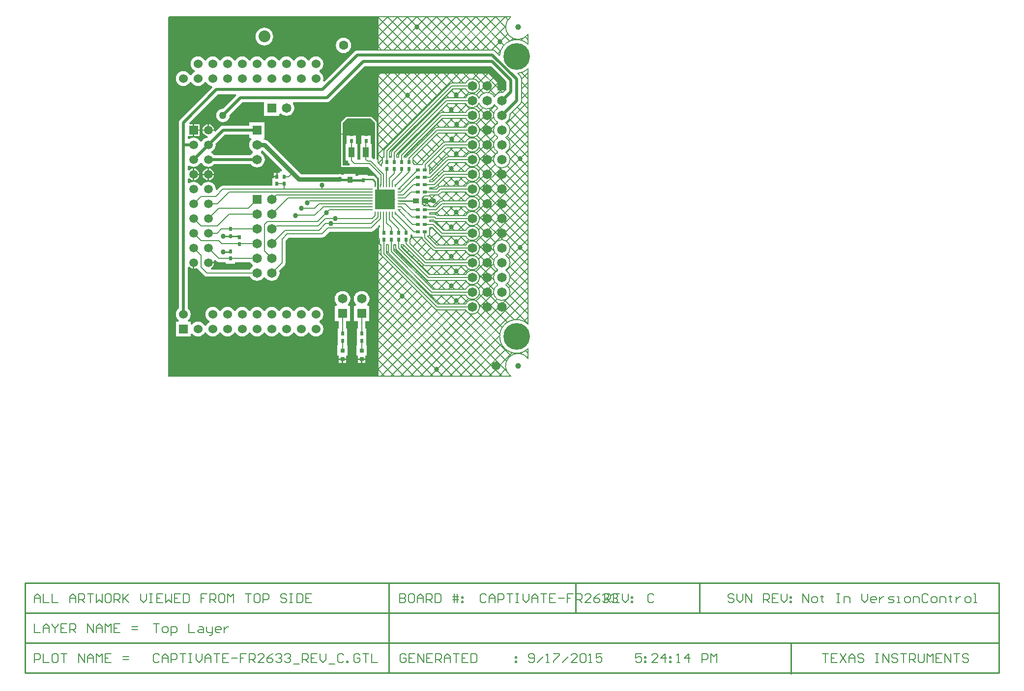
<source format=gtl>
%FSAX25Y25*%
%MOIN*%
G70*
G01*
G75*
G04 Layer_Physical_Order=1*
G04 Layer_Color=255*
%ADD10C,0.00800*%
%ADD11C,0.00600*%
%ADD12C,0.03937*%
%ADD13R,0.02362X0.03150*%
%ADD14R,0.03937X0.03740*%
%ADD15R,0.03150X0.02362*%
%ADD16R,0.03150X0.03150*%
%ADD17R,0.03740X0.03937*%
%ADD18O,0.02362X0.00945*%
%ADD19O,0.00945X0.02362*%
%ADD20R,0.13583X0.13583*%
%ADD21R,0.03937X0.07087*%
%ADD22C,0.02000*%
%ADD23C,0.01000*%
%ADD24C,0.03000*%
%ADD25C,0.01200*%
%ADD26C,0.00787*%
%ADD27C,0.01500*%
%ADD28C,0.05000*%
%ADD29C,0.06000*%
%ADD30C,0.06496*%
%ADD31R,0.06496X0.06496*%
%ADD32C,0.08000*%
%ADD33R,0.05906X0.05906*%
%ADD34C,0.05906*%
%ADD35C,0.18110*%
%ADD36C,0.06299*%
%ADD37R,0.06496X0.06496*%
%ADD38R,0.06000X0.06000*%
%ADD39C,0.05000*%
%ADD40C,0.03400*%
%ADD41C,0.01969*%
G36*
X0279200Y0388767D02*
X0278318Y0388296D01*
X0278200Y0388375D01*
Y0413900D01*
X0274700Y0417400D01*
X0273700Y0417400D01*
X0261200D01*
X0257700Y0417400D01*
X0254200Y0413900D01*
Y0383400D01*
X0263114D01*
X0263287Y0383366D01*
X0272529D01*
X0278258Y0377636D01*
X0278213Y0377406D01*
X0278100Y0377294D01*
X0277106Y0376967D01*
X0276676Y0377255D01*
X0275700Y0377449D01*
X0272381D01*
Y0378113D01*
X0266019D01*
Y0377311D01*
X0264070D01*
Y0378719D01*
X0256330D01*
Y0378423D01*
X0255330Y0377929D01*
X0255066Y0378132D01*
X0254166Y0378505D01*
X0253200Y0378632D01*
X0252234Y0378505D01*
X0252054Y0378430D01*
X0227162D01*
X0223696Y0381896D01*
X0204696Y0400896D01*
X0203965Y0401457D01*
X0203114Y0401810D01*
X0202200Y0401930D01*
X0201912D01*
X0201753Y0402152D01*
X0202267Y0403152D01*
X0202448D01*
Y0413648D01*
X0191952D01*
Y0411426D01*
X0174205D01*
X0173421Y0411323D01*
X0172692Y0411021D01*
X0172065Y0410540D01*
X0172065Y0410540D01*
X0169086Y0407560D01*
X0168406Y0407896D01*
X0160279D01*
X0160349Y0407364D01*
X0160747Y0406402D01*
X0161381Y0405576D01*
X0162207Y0404943D01*
X0163168Y0404544D01*
X0163594Y0404488D01*
X0163623Y0404468D01*
X0164039Y0403421D01*
X0163992Y0403364D01*
X0162907Y0403221D01*
X0161702Y0402722D01*
X0160668Y0401928D01*
X0159874Y0400893D01*
X0159741Y0400573D01*
X0158659D01*
X0158526Y0400893D01*
X0157732Y0401928D01*
X0156698Y0402722D01*
X0155493Y0403221D01*
X0154200Y0403391D01*
X0152907Y0403221D01*
X0151702Y0402722D01*
X0151226Y0402356D01*
X0150226Y0402849D01*
Y0403452D01*
X0150247Y0404443D01*
X0153700D01*
Y0408395D01*
Y0412348D01*
X0151734D01*
X0151351Y0413272D01*
X0170953Y0432874D01*
X0182881D01*
X0183295Y0431874D01*
X0174329Y0422909D01*
X0174100Y0422939D01*
X0172925Y0422784D01*
X0171831Y0422331D01*
X0170891Y0421609D01*
X0170169Y0420669D01*
X0169716Y0419575D01*
X0169561Y0418400D01*
X0169716Y0417225D01*
X0170169Y0416131D01*
X0170891Y0415191D01*
X0171831Y0414469D01*
X0172925Y0414016D01*
X0174100Y0413861D01*
X0175275Y0414016D01*
X0176369Y0414469D01*
X0177309Y0415191D01*
X0178031Y0416131D01*
X0178484Y0417225D01*
X0178639Y0418400D01*
X0178609Y0418629D01*
X0187353Y0427374D01*
X0201952D01*
Y0418152D01*
X0212448D01*
Y0419329D01*
X0213448Y0419669D01*
X0213457Y0419657D01*
X0214553Y0418816D01*
X0215830Y0418287D01*
X0217200Y0418107D01*
X0218570Y0418287D01*
X0219847Y0418816D01*
X0220943Y0419657D01*
X0221784Y0420753D01*
X0222313Y0422030D01*
X0222493Y0423400D01*
X0222313Y0424770D01*
X0221784Y0426047D01*
X0221533Y0426374D01*
X0222026Y0427374D01*
X0244661D01*
X0245444Y0427477D01*
X0245960Y0427691D01*
X0246174Y0427779D01*
X0246800Y0428260D01*
X0270414Y0451874D01*
X0279200D01*
Y0388767D01*
D02*
G37*
G36*
X0214347Y0381261D02*
X0213964Y0380337D01*
X0212519D01*
Y0379337D01*
X0211200D01*
Y0376762D01*
X0210700D01*
Y0376262D01*
X0208519D01*
Y0375613D01*
X0207519D01*
Y0370745D01*
X0174098D01*
X0173161Y0370558D01*
X0172367Y0370028D01*
X0170124Y0367784D01*
X0169176Y0368251D01*
X0169195Y0368395D01*
X0169025Y0369688D01*
X0168526Y0370893D01*
X0167732Y0371928D01*
X0166698Y0372722D01*
X0165493Y0373221D01*
X0164200Y0373391D01*
X0162907Y0373221D01*
X0161702Y0372722D01*
X0160668Y0371928D01*
X0159874Y0370893D01*
X0159741Y0370573D01*
X0158659D01*
X0158526Y0370893D01*
X0157732Y0371928D01*
X0156698Y0372722D01*
X0155493Y0373221D01*
X0154200Y0373391D01*
X0152907Y0373221D01*
X0151702Y0372722D01*
X0151226Y0372356D01*
X0150226Y0372849D01*
Y0375439D01*
X0151226Y0375778D01*
X0151381Y0375576D01*
X0152207Y0374943D01*
X0153168Y0374545D01*
X0153700Y0374475D01*
Y0378396D01*
Y0382316D01*
X0153168Y0382246D01*
X0152207Y0381848D01*
X0151381Y0381215D01*
X0151226Y0381013D01*
X0150226Y0381352D01*
Y0383942D01*
X0151226Y0384435D01*
X0151702Y0384069D01*
X0152907Y0383570D01*
X0154200Y0383400D01*
X0155493Y0383570D01*
X0156698Y0384069D01*
X0157732Y0384863D01*
X0158526Y0385898D01*
X0158659Y0386218D01*
X0159741D01*
X0159874Y0385898D01*
X0160668Y0384863D01*
X0161702Y0384069D01*
X0162907Y0383570D01*
X0164200Y0383400D01*
X0165493Y0383570D01*
X0166698Y0384069D01*
X0167732Y0384863D01*
X0168124Y0385374D01*
X0192907D01*
X0193457Y0384657D01*
X0194553Y0383816D01*
X0195830Y0383287D01*
X0197200Y0383107D01*
X0198570Y0383287D01*
X0199847Y0383816D01*
X0200943Y0384657D01*
X0201784Y0385753D01*
X0202313Y0387030D01*
X0202493Y0388400D01*
X0202313Y0389770D01*
X0201784Y0391047D01*
X0200943Y0392143D01*
X0200059Y0392821D01*
X0199967Y0393251D01*
Y0393549D01*
X0200059Y0393979D01*
X0200943Y0394657D01*
X0200950Y0394657D01*
X0214347Y0381261D01*
D02*
G37*
G36*
X0169527Y0319607D02*
X0170321Y0319077D01*
X0170477Y0319046D01*
X0171258Y0318891D01*
X0176019D01*
Y0317763D01*
X0182381D01*
Y0318891D01*
X0192559D01*
X0192616Y0318753D01*
X0193457Y0317657D01*
X0194341Y0316979D01*
X0194433Y0316549D01*
Y0316251D01*
X0194341Y0315821D01*
X0193457Y0315143D01*
X0192616Y0314047D01*
X0192533Y0313847D01*
X0166161D01*
X0165962Y0314847D01*
X0166193Y0314943D01*
X0167019Y0315576D01*
X0167653Y0316402D01*
X0168051Y0317364D01*
X0168121Y0317896D01*
X0164200D01*
Y0318896D01*
X0168121D01*
X0168051Y0319427D01*
X0167880Y0319841D01*
X0168727Y0320407D01*
X0169527Y0319607D01*
D02*
G37*
G36*
X0191952Y0403152D02*
X0193129D01*
X0193469Y0402152D01*
X0193457Y0402143D01*
X0192616Y0401047D01*
X0192087Y0399770D01*
X0191907Y0398400D01*
X0192087Y0397030D01*
X0192616Y0395753D01*
X0193457Y0394657D01*
X0194341Y0393979D01*
X0194433Y0393549D01*
Y0393251D01*
X0194341Y0392821D01*
X0193457Y0392143D01*
X0192907Y0391426D01*
X0168117D01*
X0167732Y0391928D01*
X0166698Y0392722D01*
X0166378Y0392854D01*
Y0393937D01*
X0166698Y0394069D01*
X0167732Y0394863D01*
X0168526Y0395898D01*
X0169025Y0397103D01*
X0169195Y0398395D01*
X0169112Y0399028D01*
X0175458Y0405374D01*
X0191952D01*
Y0403152D01*
D02*
G37*
G36*
X0277200Y0413400D02*
Y0389167D01*
X0276276Y0388785D01*
X0275930Y0389130D01*
X0275136Y0389661D01*
X0275090Y0389670D01*
Y0398943D01*
X0274381D01*
Y0404613D01*
X0268019D01*
Y0398943D01*
X0267153D01*
Y0388260D01*
X0265247D01*
Y0398943D01*
X0264381D01*
Y0404613D01*
X0258019D01*
Y0398943D01*
X0257310D01*
Y0387857D01*
X0258832D01*
Y0387821D01*
X0258987Y0387040D01*
X0259018Y0386885D01*
X0259548Y0386091D01*
X0260315Y0385324D01*
X0259933Y0384400D01*
X0255200D01*
Y0413400D01*
X0258200Y0416400D01*
X0274200D01*
X0277200Y0413400D01*
D02*
G37*
G36*
X0279200Y0462426D02*
X0265200D01*
X0264417Y0462323D01*
X0263901Y0462109D01*
X0263687Y0462020D01*
X0263060Y0461540D01*
X0242827Y0441306D01*
X0241979Y0441873D01*
X0242071Y0442095D01*
X0242243Y0443400D01*
X0242071Y0444705D01*
X0241567Y0445922D01*
X0240766Y0446966D01*
X0239722Y0447767D01*
X0239501Y0447859D01*
Y0448941D01*
X0239722Y0449032D01*
X0240766Y0449834D01*
X0241567Y0450878D01*
X0242071Y0452095D01*
X0242243Y0453400D01*
X0242071Y0454705D01*
X0241567Y0455922D01*
X0240766Y0456966D01*
X0239722Y0457767D01*
X0238505Y0458271D01*
X0237200Y0458443D01*
X0235895Y0458271D01*
X0234678Y0457767D01*
X0233634Y0456966D01*
X0232833Y0455922D01*
X0232741Y0455701D01*
X0231659D01*
X0231568Y0455922D01*
X0230766Y0456966D01*
X0229722Y0457767D01*
X0228505Y0458271D01*
X0227200Y0458443D01*
X0225895Y0458271D01*
X0224678Y0457767D01*
X0223634Y0456966D01*
X0222832Y0455922D01*
X0222741Y0455701D01*
X0221659D01*
X0221568Y0455922D01*
X0220766Y0456966D01*
X0219722Y0457767D01*
X0218505Y0458271D01*
X0217200Y0458443D01*
X0215895Y0458271D01*
X0214678Y0457767D01*
X0213634Y0456966D01*
X0212832Y0455922D01*
X0212741Y0455701D01*
X0211659D01*
X0211567Y0455922D01*
X0210766Y0456966D01*
X0209722Y0457767D01*
X0208505Y0458271D01*
X0207200Y0458443D01*
X0205895Y0458271D01*
X0204678Y0457767D01*
X0203634Y0456966D01*
X0202833Y0455922D01*
X0202741Y0455701D01*
X0201659D01*
X0201568Y0455922D01*
X0200766Y0456966D01*
X0199722Y0457767D01*
X0198505Y0458271D01*
X0197200Y0458443D01*
X0195895Y0458271D01*
X0194678Y0457767D01*
X0193634Y0456966D01*
X0192833Y0455922D01*
X0192741Y0455701D01*
X0191659D01*
X0191568Y0455922D01*
X0190766Y0456966D01*
X0189722Y0457767D01*
X0188505Y0458271D01*
X0187200Y0458443D01*
X0185895Y0458271D01*
X0184678Y0457767D01*
X0183634Y0456966D01*
X0182833Y0455922D01*
X0182741Y0455701D01*
X0181659D01*
X0181568Y0455922D01*
X0180766Y0456966D01*
X0179722Y0457767D01*
X0178505Y0458271D01*
X0177200Y0458443D01*
X0175895Y0458271D01*
X0174678Y0457767D01*
X0173634Y0456966D01*
X0172833Y0455922D01*
X0172741Y0455701D01*
X0171659D01*
X0171567Y0455922D01*
X0170766Y0456966D01*
X0169722Y0457767D01*
X0168505Y0458271D01*
X0167200Y0458443D01*
X0165895Y0458271D01*
X0164678Y0457767D01*
X0163634Y0456966D01*
X0162832Y0455922D01*
X0162741Y0455701D01*
X0161659D01*
X0161567Y0455922D01*
X0160766Y0456966D01*
X0159722Y0457767D01*
X0158505Y0458271D01*
X0157200Y0458443D01*
X0155895Y0458271D01*
X0154678Y0457767D01*
X0153634Y0456966D01*
X0152832Y0455922D01*
X0152329Y0454705D01*
X0152157Y0453400D01*
X0152329Y0452095D01*
X0152832Y0450878D01*
X0153634Y0449834D01*
X0154678Y0449032D01*
X0154899Y0448941D01*
Y0447859D01*
X0154678Y0447767D01*
X0153634Y0446966D01*
X0152832Y0445922D01*
X0152741Y0445701D01*
X0151659D01*
X0151567Y0445922D01*
X0150766Y0446966D01*
X0149722Y0447767D01*
X0148505Y0448271D01*
X0147200Y0448443D01*
X0145895Y0448271D01*
X0144678Y0447767D01*
X0143634Y0446966D01*
X0142833Y0445922D01*
X0142329Y0444705D01*
X0142157Y0443400D01*
X0142329Y0442095D01*
X0142833Y0440878D01*
X0143634Y0439834D01*
X0144678Y0439033D01*
X0145895Y0438529D01*
X0147200Y0438357D01*
X0148505Y0438529D01*
X0149722Y0439033D01*
X0150766Y0439834D01*
X0151567Y0440878D01*
X0151659Y0441099D01*
X0152741D01*
X0152832Y0440878D01*
X0153634Y0439834D01*
X0154678Y0439033D01*
X0155895Y0438529D01*
X0157200Y0438357D01*
X0158505Y0438529D01*
X0159722Y0439033D01*
X0160766Y0439834D01*
X0161567Y0440878D01*
X0161659Y0441099D01*
X0162741D01*
X0162832Y0440878D01*
X0163634Y0439834D01*
X0164678Y0439033D01*
X0165895Y0438529D01*
X0166549Y0438443D01*
X0166908Y0437387D01*
X0145060Y0415540D01*
X0144580Y0414913D01*
X0144491Y0414699D01*
X0144277Y0414183D01*
X0144174Y0413400D01*
Y0287381D01*
X0143634Y0286966D01*
X0142833Y0285922D01*
X0142329Y0284705D01*
X0142157Y0283400D01*
X0142329Y0282095D01*
X0142833Y0280878D01*
X0143634Y0279834D01*
X0144200Y0279400D01*
X0143860Y0278400D01*
X0142200D01*
Y0268400D01*
X0152200D01*
Y0270060D01*
X0153200Y0270399D01*
X0153634Y0269834D01*
X0154678Y0269033D01*
X0155895Y0268529D01*
X0157200Y0268357D01*
X0158505Y0268529D01*
X0159722Y0269033D01*
X0160766Y0269834D01*
X0161567Y0270878D01*
X0161659Y0271099D01*
X0162741D01*
X0162832Y0270878D01*
X0163634Y0269834D01*
X0164678Y0269033D01*
X0165895Y0268529D01*
X0167200Y0268357D01*
X0168505Y0268529D01*
X0169722Y0269033D01*
X0170766Y0269834D01*
X0171567Y0270878D01*
X0171659Y0271099D01*
X0172741D01*
X0172833Y0270878D01*
X0173634Y0269834D01*
X0174678Y0269033D01*
X0175895Y0268529D01*
X0177200Y0268357D01*
X0178505Y0268529D01*
X0179722Y0269033D01*
X0180766Y0269834D01*
X0181568Y0270878D01*
X0181659Y0271099D01*
X0182741D01*
X0182833Y0270878D01*
X0183634Y0269834D01*
X0184678Y0269033D01*
X0185895Y0268529D01*
X0187200Y0268357D01*
X0188505Y0268529D01*
X0189722Y0269033D01*
X0190766Y0269834D01*
X0191568Y0270878D01*
X0191659Y0271099D01*
X0192741D01*
X0192833Y0270878D01*
X0193634Y0269834D01*
X0194678Y0269033D01*
X0195895Y0268529D01*
X0197200Y0268357D01*
X0198505Y0268529D01*
X0199722Y0269033D01*
X0200766Y0269834D01*
X0201568Y0270878D01*
X0201659Y0271099D01*
X0202741D01*
X0202833Y0270878D01*
X0203634Y0269834D01*
X0204678Y0269033D01*
X0205895Y0268529D01*
X0207200Y0268357D01*
X0208505Y0268529D01*
X0209722Y0269033D01*
X0210766Y0269834D01*
X0211567Y0270878D01*
X0211659Y0271099D01*
X0212741D01*
X0212832Y0270878D01*
X0213634Y0269834D01*
X0214678Y0269033D01*
X0215895Y0268529D01*
X0217200Y0268357D01*
X0218505Y0268529D01*
X0219722Y0269033D01*
X0220766Y0269834D01*
X0221568Y0270878D01*
X0221659Y0271099D01*
X0222741D01*
X0222832Y0270878D01*
X0223634Y0269834D01*
X0224678Y0269033D01*
X0225895Y0268529D01*
X0227200Y0268357D01*
X0228505Y0268529D01*
X0229722Y0269033D01*
X0230766Y0269834D01*
X0231568Y0270878D01*
X0231659Y0271099D01*
X0232741D01*
X0232833Y0270878D01*
X0233634Y0269834D01*
X0234678Y0269033D01*
X0235895Y0268529D01*
X0237200Y0268357D01*
X0238505Y0268529D01*
X0239722Y0269033D01*
X0240766Y0269834D01*
X0241567Y0270878D01*
X0242071Y0272095D01*
X0242243Y0273400D01*
X0242071Y0274705D01*
X0241567Y0275922D01*
X0240766Y0276966D01*
X0239722Y0277767D01*
X0239501Y0277859D01*
Y0278941D01*
X0239722Y0279032D01*
X0240766Y0279834D01*
X0241567Y0280878D01*
X0242071Y0282095D01*
X0242243Y0283400D01*
X0242071Y0284705D01*
X0241567Y0285922D01*
X0240766Y0286966D01*
X0239722Y0287768D01*
X0238505Y0288271D01*
X0237200Y0288443D01*
X0235895Y0288271D01*
X0234678Y0287768D01*
X0233634Y0286966D01*
X0232833Y0285922D01*
X0232741Y0285701D01*
X0231659D01*
X0231568Y0285922D01*
X0230766Y0286966D01*
X0229722Y0287768D01*
X0228505Y0288271D01*
X0227200Y0288443D01*
X0225895Y0288271D01*
X0224678Y0287768D01*
X0223634Y0286966D01*
X0222832Y0285922D01*
X0222741Y0285701D01*
X0221659D01*
X0221568Y0285922D01*
X0220766Y0286966D01*
X0219722Y0287768D01*
X0218505Y0288271D01*
X0217200Y0288443D01*
X0215895Y0288271D01*
X0214678Y0287768D01*
X0213634Y0286966D01*
X0212832Y0285922D01*
X0212741Y0285701D01*
X0211659D01*
X0211567Y0285922D01*
X0210766Y0286966D01*
X0209722Y0287768D01*
X0208505Y0288271D01*
X0207200Y0288443D01*
X0205895Y0288271D01*
X0204678Y0287768D01*
X0203634Y0286966D01*
X0202833Y0285922D01*
X0202741Y0285701D01*
X0201659D01*
X0201568Y0285922D01*
X0200766Y0286966D01*
X0199722Y0287768D01*
X0198505Y0288271D01*
X0197200Y0288443D01*
X0195895Y0288271D01*
X0194678Y0287768D01*
X0193634Y0286966D01*
X0192833Y0285922D01*
X0192741Y0285701D01*
X0191659D01*
X0191568Y0285922D01*
X0190766Y0286966D01*
X0189722Y0287768D01*
X0188505Y0288271D01*
X0187200Y0288443D01*
X0185895Y0288271D01*
X0184678Y0287768D01*
X0183634Y0286966D01*
X0182833Y0285922D01*
X0182741Y0285701D01*
X0181659D01*
X0181568Y0285922D01*
X0180766Y0286966D01*
X0179722Y0287768D01*
X0178505Y0288271D01*
X0177200Y0288443D01*
X0175895Y0288271D01*
X0174678Y0287768D01*
X0173634Y0286966D01*
X0172833Y0285922D01*
X0172741Y0285701D01*
X0171659D01*
X0171567Y0285922D01*
X0170766Y0286966D01*
X0169722Y0287768D01*
X0168505Y0288271D01*
X0167200Y0288443D01*
X0165895Y0288271D01*
X0164678Y0287768D01*
X0163634Y0286966D01*
X0162832Y0285922D01*
X0162329Y0284705D01*
X0162157Y0283400D01*
X0162329Y0282095D01*
X0162832Y0280878D01*
X0163634Y0279834D01*
X0164678Y0279032D01*
X0164899Y0278941D01*
Y0277859D01*
X0164678Y0277767D01*
X0163634Y0276966D01*
X0162832Y0275922D01*
X0162741Y0275701D01*
X0161659D01*
X0161567Y0275922D01*
X0160766Y0276966D01*
X0159722Y0277767D01*
X0158505Y0278271D01*
X0157200Y0278443D01*
X0155895Y0278271D01*
X0154678Y0277767D01*
X0153634Y0276966D01*
X0153200Y0276400D01*
X0152200Y0276740D01*
Y0278400D01*
X0150540D01*
X0150200Y0279400D01*
X0150766Y0279834D01*
X0151567Y0280878D01*
X0152071Y0282095D01*
X0152243Y0283400D01*
X0152071Y0284705D01*
X0151567Y0285922D01*
X0150766Y0286966D01*
X0150226Y0287381D01*
Y0315439D01*
X0151226Y0315778D01*
X0151381Y0315576D01*
X0152207Y0314943D01*
X0153168Y0314545D01*
X0153700Y0314475D01*
Y0318395D01*
X0154700D01*
Y0314475D01*
X0155232Y0314545D01*
X0155852Y0314802D01*
X0156377Y0314711D01*
X0156703Y0314567D01*
X0157032Y0314325D01*
X0157470Y0313670D01*
X0161470Y0309670D01*
X0162000Y0309315D01*
X0162264Y0309139D01*
X0163200Y0308953D01*
X0192533D01*
X0192616Y0308753D01*
X0193457Y0307657D01*
X0194553Y0306816D01*
X0195830Y0306287D01*
X0197200Y0306107D01*
X0198570Y0306287D01*
X0199847Y0306816D01*
X0200943Y0307657D01*
X0201621Y0308541D01*
X0202051Y0308633D01*
X0202349D01*
X0202779Y0308541D01*
X0203457Y0307657D01*
X0204553Y0306816D01*
X0205830Y0306287D01*
X0207200Y0306107D01*
X0208570Y0306287D01*
X0209847Y0306816D01*
X0210943Y0307657D01*
X0211784Y0308753D01*
X0212313Y0310030D01*
X0212493Y0311400D01*
X0212313Y0312770D01*
X0212230Y0312970D01*
X0215930Y0316670D01*
X0216285Y0317200D01*
X0216461Y0317464D01*
X0216647Y0318400D01*
Y0333386D01*
X0218714Y0335453D01*
X0241200D01*
X0241981Y0335608D01*
X0242136Y0335639D01*
X0242930Y0336170D01*
X0246214Y0339453D01*
X0274700D01*
X0275481Y0339608D01*
X0275636Y0339639D01*
X0276430Y0340170D01*
X0278276Y0342016D01*
X0279200Y0341633D01*
X0279200Y0241174D01*
X0136974D01*
X0136974Y0484919D01*
X0137681Y0485626D01*
X0279200D01*
Y0462426D01*
D02*
G37*
%LPC*%
G36*
X0168121Y0377895D02*
X0164700D01*
Y0374475D01*
X0165232Y0374545D01*
X0166193Y0374943D01*
X0167019Y0375576D01*
X0167653Y0376402D01*
X0168051Y0377364D01*
X0168121Y0377895D01*
D02*
G37*
G36*
X0163700D02*
X0160279D01*
X0160349Y0377364D01*
X0160747Y0376402D01*
X0161381Y0375576D01*
X0162207Y0374943D01*
X0163168Y0374545D01*
X0163700Y0374475D01*
Y0377895D01*
D02*
G37*
G36*
X0158121D02*
X0154700D01*
Y0374475D01*
X0155232Y0374545D01*
X0156193Y0374943D01*
X0157019Y0375576D01*
X0157653Y0376402D01*
X0158051Y0377364D01*
X0158121Y0377895D01*
D02*
G37*
G36*
X0254700Y0252447D02*
X0252625D01*
Y0250372D01*
X0254700D01*
Y0252447D01*
D02*
G37*
G36*
X0270775Y0252447D02*
X0268700D01*
Y0250372D01*
X0270775D01*
Y0252447D01*
D02*
G37*
G36*
X0267700D02*
X0265625D01*
Y0250372D01*
X0267700D01*
Y0252447D01*
D02*
G37*
G36*
X0255200Y0299193D02*
X0253830Y0299013D01*
X0252553Y0298484D01*
X0251457Y0297643D01*
X0250616Y0296547D01*
X0250087Y0295270D01*
X0249907Y0293900D01*
X0250087Y0292530D01*
X0250616Y0291253D01*
X0251457Y0290157D01*
X0251469Y0290148D01*
X0251129Y0289148D01*
X0249952D01*
Y0278652D01*
X0252753D01*
Y0273836D01*
X0252018D01*
Y0266687D01*
Y0262427D01*
X0251625D01*
Y0255278D01*
X0252625D01*
Y0253447D01*
X0257774D01*
Y0255278D01*
X0258774D01*
Y0262427D01*
X0258380D01*
Y0266687D01*
Y0273836D01*
X0257647D01*
Y0278652D01*
X0260448D01*
Y0289148D01*
X0259271D01*
X0258931Y0290148D01*
X0258943Y0290157D01*
X0259784Y0291253D01*
X0260313Y0292530D01*
X0260493Y0293900D01*
X0260313Y0295270D01*
X0259784Y0296547D01*
X0258943Y0297643D01*
X0257847Y0298484D01*
X0256570Y0299013D01*
X0255200Y0299193D01*
D02*
G37*
G36*
X0268200D02*
X0266830Y0299013D01*
X0265553Y0298484D01*
X0264457Y0297643D01*
X0263616Y0296547D01*
X0263087Y0295270D01*
X0262907Y0293900D01*
X0263087Y0292530D01*
X0263616Y0291253D01*
X0264457Y0290157D01*
X0264469Y0290148D01*
X0264129Y0289148D01*
X0262952D01*
Y0278652D01*
X0265753D01*
Y0273837D01*
X0265019D01*
Y0266687D01*
Y0262427D01*
X0264625D01*
Y0255278D01*
X0265625D01*
Y0253447D01*
X0270775D01*
Y0255278D01*
X0271775D01*
Y0262427D01*
X0271381D01*
Y0266687D01*
Y0273837D01*
X0270647D01*
Y0278652D01*
X0273448D01*
Y0289148D01*
X0272271D01*
X0271931Y0290148D01*
X0271943Y0290157D01*
X0272784Y0291253D01*
X0273313Y0292530D01*
X0273493Y0293900D01*
X0273313Y0295270D01*
X0272784Y0296547D01*
X0271943Y0297643D01*
X0270847Y0298484D01*
X0269570Y0299013D01*
X0268200Y0299193D01*
D02*
G37*
G36*
X0257774Y0252447D02*
X0255700D01*
Y0250372D01*
X0257774D01*
Y0252447D01*
D02*
G37*
G36*
X0163700Y0412317D02*
X0163168Y0412247D01*
X0162207Y0411848D01*
X0161381Y0411215D01*
X0160747Y0410389D01*
X0160349Y0409427D01*
X0160279Y0408895D01*
X0163700D01*
Y0412317D01*
D02*
G37*
G36*
X0158153Y0412348D02*
X0154700D01*
Y0408895D01*
X0158153D01*
Y0412348D01*
D02*
G37*
G36*
X0164700Y0412317D02*
Y0408895D01*
X0168121D01*
X0168051Y0409427D01*
X0167653Y0410389D01*
X0167019Y0411215D01*
X0166193Y0411848D01*
X0165232Y0412247D01*
X0164700Y0412317D01*
D02*
G37*
G36*
X0202200Y0477929D02*
X0201024Y0477813D01*
X0199893Y0477470D01*
X0198851Y0476913D01*
X0197937Y0476163D01*
X0197187Y0475249D01*
X0196630Y0474207D01*
X0196287Y0473076D01*
X0196171Y0471900D01*
X0196287Y0470724D01*
X0196630Y0469593D01*
X0197187Y0468550D01*
X0197937Y0467637D01*
X0198851Y0466887D01*
X0199893Y0466330D01*
X0201024Y0465987D01*
X0202200Y0465871D01*
X0203376Y0465987D01*
X0204507Y0466330D01*
X0205550Y0466887D01*
X0206463Y0467637D01*
X0207213Y0468550D01*
X0207770Y0469593D01*
X0208113Y0470724D01*
X0208229Y0471900D01*
X0208113Y0473076D01*
X0207770Y0474207D01*
X0207213Y0475249D01*
X0206463Y0476163D01*
X0205550Y0476913D01*
X0204507Y0477470D01*
X0203376Y0477813D01*
X0202200Y0477929D01*
D02*
G37*
G36*
X0255857Y0471094D02*
X0254513Y0470917D01*
X0253260Y0470398D01*
X0252185Y0469573D01*
X0251359Y0468497D01*
X0250840Y0467244D01*
X0250663Y0465900D01*
X0250840Y0464556D01*
X0251359Y0463303D01*
X0252185Y0462227D01*
X0253260Y0461402D01*
X0254513Y0460883D01*
X0255857Y0460706D01*
X0257202Y0460883D01*
X0258454Y0461402D01*
X0259530Y0462227D01*
X0260356Y0463303D01*
X0260875Y0464556D01*
X0261052Y0465900D01*
X0260875Y0467244D01*
X0260356Y0468497D01*
X0259530Y0469573D01*
X0258454Y0470398D01*
X0257202Y0470917D01*
X0255857Y0471094D01*
D02*
G37*
G36*
X0154700Y0382316D02*
Y0378895D01*
X0158121D01*
X0158051Y0379427D01*
X0157653Y0380389D01*
X0157019Y0381215D01*
X0156193Y0381848D01*
X0155232Y0382246D01*
X0154700Y0382316D01*
D02*
G37*
G36*
X0210200Y0379337D02*
X0208519D01*
Y0377262D01*
X0210200D01*
Y0379337D01*
D02*
G37*
G36*
X0163700Y0382316D02*
X0163168Y0382246D01*
X0162207Y0381848D01*
X0161381Y0381215D01*
X0160747Y0380389D01*
X0160349Y0379427D01*
X0160279Y0378895D01*
X0163700D01*
Y0382316D01*
D02*
G37*
G36*
X0158153Y0407896D02*
X0154700D01*
Y0404443D01*
X0158153D01*
Y0407896D01*
D02*
G37*
G36*
X0164700Y0382316D02*
Y0378895D01*
X0168121D01*
X0168051Y0379427D01*
X0167653Y0380389D01*
X0167019Y0381215D01*
X0166193Y0381848D01*
X0165232Y0382246D01*
X0164700Y0382316D01*
D02*
G37*
%LPD*%
G54D10*
X0369295Y0485250D02*
G03*
X0381050Y0473495I0004905J-0006850D01*
G01*
X0373939Y0446969D02*
G03*
X0381050Y0450058I-0000740J0011431D01*
G01*
Y0466743D02*
G03*
X0361769Y0459139I-0007850J-0008343D01*
G01*
X0376600Y0442900D02*
G03*
X0375604Y0445304I-0003400J0000000D01*
G01*
X0376600Y0442900D02*
G03*
X0375600Y0445308I-0003400J0000000D01*
G01*
X0359104Y0461804D02*
G03*
X0356700Y0462800I-0002404J-0002404D01*
G01*
X0359108Y0461800D02*
G03*
X0356700Y0462800I-0002408J-0002400D01*
G01*
X0358200Y0431027D02*
G03*
X0347780Y0429989I-0005000J-0002627D01*
G01*
X0338740Y0436500D02*
G03*
X0348048Y0438400I0004460J0001900D01*
G01*
X0375604Y0425996D02*
G03*
X0376600Y0428400I-0002404J0002404D01*
G01*
X0375600Y0425992D02*
G03*
X0376600Y0428400I-0002400J0002408D01*
G01*
X0368848Y0418400D02*
G03*
X0368793Y0419185I-0005648J0000000D01*
G01*
X0365827Y0413400D02*
G03*
X0368848Y0418400I-0002627J0005000D01*
G01*
Y0408400D02*
G03*
X0365827Y0413400I-0005648J0000000D01*
G01*
X0368848Y0398400D02*
G03*
X0365827Y0403400I-0005648J0000000D01*
G01*
D02*
G03*
X0368848Y0408400I-0002627J0005000D01*
G01*
Y0388400D02*
G03*
X0365827Y0393400I-0005648J0000000D01*
G01*
D02*
G03*
X0368848Y0398400I-0002627J0005000D01*
G01*
X0363985Y0433993D02*
G03*
X0358200Y0431027I-0000785J-0005593D01*
G01*
Y0425773D02*
G03*
X0360573Y0423400I0005000J0002627D01*
G01*
D02*
G03*
X0360573Y0413400I0002627J-0005000D01*
G01*
D02*
G03*
X0360573Y0403400I0002627J-0005000D01*
G01*
X0347780Y0426811D02*
G03*
X0358200Y0425773I0005420J0001589D01*
G01*
X0360573Y0403400D02*
G03*
X0360573Y0393400I0002627J-0005000D01*
G01*
D02*
G03*
X0368848Y0388400I0002627J-0005000D01*
G01*
X0348048Y0398400D02*
G03*
X0338740Y0400300I-0004848J0000000D01*
G01*
Y0376500D02*
G03*
X0348048Y0378400I0004460J0001900D01*
G01*
Y0438400D02*
G03*
X0338740Y0440300I-0004848J0000000D01*
G01*
X0347780Y0429989D02*
G03*
X0338740Y0430300I-0004580J-0001589D01*
G01*
Y0426500D02*
G03*
X0347780Y0426811I0004460J0001900D01*
G01*
X0348048Y0418400D02*
G03*
X0338740Y0420300I-0004848J0000000D01*
G01*
Y0416500D02*
G03*
X0348048Y0418400I0004460J0001900D01*
G01*
Y0408400D02*
G03*
X0338740Y0410300I-0004848J0000000D01*
G01*
X0329200Y0440300D02*
G03*
X0327856Y0439744I0000000J-0001900D01*
G01*
X0329200Y0440300D02*
G03*
X0327854Y0439741I0000000J-0001900D01*
G01*
X0325700Y0430300D02*
G03*
X0324357Y0429743I0000000J-0001900D01*
G01*
X0325700Y0430300D02*
G03*
X0324354Y0429741I0000000J-0001900D01*
G01*
X0322200Y0420300D02*
G03*
X0320854Y0419741I0000000J-0001900D01*
G01*
X0322200Y0420300D02*
G03*
X0320856Y0419743I0000000J-0001900D01*
G01*
X0338740Y0406500D02*
G03*
X0348048Y0408400I0004460J0001900D01*
G01*
X0338740Y0396500D02*
G03*
X0348048Y0398400I0004460J0001900D01*
G01*
Y0388400D02*
G03*
X0338740Y0390300I-0004848J0000000D01*
G01*
Y0386500D02*
G03*
X0348048Y0388400I0004460J0001900D01*
G01*
Y0378400D02*
G03*
X0338740Y0380300I-0004848J0000000D01*
G01*
X0319279Y0410300D02*
G03*
X0317935Y0409743I0000000J-0001900D01*
G01*
X0324700Y0400300D02*
G03*
X0323357Y0399744I0000000J-0001900D01*
G01*
X0324700Y0400300D02*
G03*
X0323354Y0399741I0000000J-0001900D01*
G01*
X0326700Y0390300D02*
G03*
X0325357Y0389743I0000000J-0001900D01*
G01*
X0326700Y0390300D02*
G03*
X0325354Y0389741I0000000J-0001900D01*
G01*
X0324200Y0380300D02*
G03*
X0322856Y0379744I0000000J-0001900D01*
G01*
X0324200Y0380300D02*
G03*
X0322854Y0379741I0000000J-0001900D01*
G01*
X0365827Y0323400D02*
G03*
X0368848Y0328400I-0002627J0005000D01*
G01*
D02*
G03*
X0360573Y0323400I-0005648J0000000D01*
G01*
X0368848Y0318400D02*
G03*
X0365827Y0323400I-0005648J0000000D01*
G01*
Y0313400D02*
G03*
X0368848Y0318400I-0002627J0005000D01*
G01*
X0360573Y0323400D02*
G03*
X0360573Y0313400I0002627J-0005000D01*
G01*
X0348048Y0358400D02*
G03*
X0338740Y0360300I-0004848J0000000D01*
G01*
Y0366500D02*
G03*
X0348048Y0368400I0004460J0001900D01*
G01*
X0338740Y0356500D02*
G03*
X0348048Y0358400I0004460J0001900D01*
G01*
Y0368400D02*
G03*
X0338740Y0370300I-0004848J0000000D01*
G01*
X0338784Y0346400D02*
G03*
X0348048Y0348400I0004416J0002000D01*
G01*
Y0338400D02*
G03*
X0338784Y0340400I-0004848J0000000D01*
G01*
X0348048Y0348400D02*
G03*
X0338784Y0350400I-0004848J0000000D01*
G01*
X0348048Y0328400D02*
G03*
X0338802Y0330440I-0004848J0000000D01*
G01*
X0338784Y0336400D02*
G03*
X0348048Y0338400I0004416J0002000D01*
G01*
Y0318400D02*
G03*
X0338740Y0320300I-0004848J0000000D01*
G01*
Y0316500D02*
G03*
X0348048Y0318400I0004460J0001900D01*
G01*
X0338683Y0326640D02*
G03*
X0348048Y0328400I0004517J0001760D01*
G01*
X0365827Y0303400D02*
G03*
X0368848Y0308400I-0002627J0005000D01*
G01*
D02*
G03*
X0365827Y0313400I-0005648J0000000D01*
G01*
X0360573D02*
G03*
X0360573Y0303400I0002627J-0005000D01*
G01*
X0368848Y0298400D02*
G03*
X0365827Y0303400I-0005648J0000000D01*
G01*
X0360573D02*
G03*
X0368848Y0298400I0002627J-0005000D01*
G01*
X0381050Y0276743D02*
G03*
X0381050Y0260057I-0007850J-0008343D01*
G01*
Y0253431D02*
G03*
X0369169Y0241550I-0006850J-0005031D01*
G01*
X0338740Y0306500D02*
G03*
X0348048Y0308400I0004460J0001900D01*
G01*
Y0298400D02*
G03*
X0338740Y0300300I-0004848J0000000D01*
G01*
X0348048Y0308400D02*
G03*
X0338740Y0310300I-0004848J0000000D01*
G01*
X0348048Y0288400D02*
G03*
X0338740Y0290300I-0004848J0000000D01*
G01*
Y0286500D02*
G03*
X0348048Y0288400I0004460J0001900D01*
G01*
X0338740Y0296500D02*
G03*
X0348048Y0298400I0004460J0001900D01*
G01*
X0322700Y0360300D02*
G03*
X0321357Y0359743I0000000J-0001900D01*
G01*
X0322700Y0360300D02*
G03*
X0321354Y0359741I0000000J-0001900D01*
G01*
X0321700Y0370300D02*
G03*
X0320356Y0369743I0000000J-0001900D01*
G01*
X0321700Y0370300D02*
G03*
X0320354Y0369741I0000000J-0001900D01*
G01*
X0319700Y0364500D02*
G03*
X0321046Y0365059I0000000J0001900D01*
G01*
X0319700Y0364500D02*
G03*
X0321043Y0365056I0000000J0001900D01*
G01*
X0318700Y0352500D02*
G03*
X0320043Y0353057I0000000J0001900D01*
G01*
X0318700Y0352500D02*
G03*
X0320046Y0353059I0000000J0001900D01*
G01*
X0321286Y0336986D02*
G03*
X0322700Y0336400I0001414J0001414D01*
G01*
X0321283Y0336989D02*
G03*
X0322700Y0336400I0001417J0001411D01*
G01*
X0319279Y0410300D02*
G03*
X0317933Y0409741I0000000J-0001900D01*
G01*
X0314700Y0374500D02*
G03*
X0316046Y0375059I0000000J0001900D01*
G01*
X0314700Y0374500D02*
G03*
X0316043Y0375057I0000000J0001900D01*
G01*
X0317200Y0369500D02*
G03*
X0318546Y0370059I0000000J0001900D01*
G01*
X0317200Y0369500D02*
G03*
X0318544Y0370057I0000000J0001900D01*
G01*
X0309859Y0386246D02*
G03*
X0309302Y0384981I0001341J-0001346D01*
G01*
X0293859Y0392746D02*
G03*
X0293300Y0391400I0001341J-0001346D01*
G01*
X0293857Y0392743D02*
G03*
X0293300Y0391400I0001343J-0001343D01*
G01*
X0288859Y0394246D02*
G03*
X0288300Y0392900I0001341J-0001346D01*
G01*
X0283857Y0395743D02*
G03*
X0283300Y0394400I0001343J-0001343D01*
G01*
X0288857Y0394244D02*
G03*
X0288300Y0392900I0001343J-0001343D01*
G01*
X0283859Y0395746D02*
G03*
X0283300Y0394400I0001341J-0001346D01*
G01*
X0298859Y0390668D02*
G03*
X0298403Y0389937I0001341J-0001346D01*
G01*
X0298856Y0390665D02*
G03*
X0298403Y0389937I0001343J-0001343D01*
G01*
X0309857Y0386244D02*
G03*
X0309302Y0384981I0001343J-0001343D01*
G01*
X0290108Y0367313D02*
G03*
X0290108Y0365345I0002699J-0000984D01*
G01*
X0288003Y0367449D02*
G03*
X0289972Y0367449I0000984J0002699D01*
G01*
X0290108Y0365345D02*
G03*
X0290108Y0363376I0002699J-0000984D01*
G01*
Y0361408D02*
G03*
X0290108Y0359439I0002699J-0000984D01*
G01*
D02*
G03*
X0290108Y0357471I0002699J-0000984D01*
G01*
Y0363376D02*
G03*
X0290108Y0361408I0002699J-0000984D01*
G01*
X0284066Y0367449D02*
G03*
X0286035Y0367449I0000984J0002699D01*
G01*
D02*
G03*
X0288003Y0367449I0000984J0002699D01*
G01*
X0279200Y0368006D02*
G03*
X0282098Y0367449I0001913J0002142D01*
G01*
D02*
G03*
X0284066Y0367449I0000984J0002699D01*
G01*
X0319114Y0350814D02*
G03*
X0317700Y0351400I-0001414J-0001414D01*
G01*
X0319117Y0350811D02*
G03*
X0317700Y0351400I-0001417J-0001411D01*
G01*
X0317283Y0346989D02*
G03*
X0318700Y0346400I0001417J0001411D01*
G01*
X0317286Y0346986D02*
G03*
X0318700Y0346400I0001414J0001414D01*
G01*
X0318117Y0345811D02*
G03*
X0316700Y0346400I-0001417J-0001411D01*
G01*
X0318114Y0345814D02*
G03*
X0316700Y0346400I-0001414J-0001414D01*
G01*
X0316714Y0327199D02*
G03*
X0318060Y0326640I0001346J0001341D01*
G01*
X0316717Y0327196D02*
G03*
X0318060Y0326640I0001343J0001343D01*
G01*
X0309162Y0335538D02*
G03*
X0309719Y0334194I0001900J0000000D01*
G01*
X0309162Y0335538D02*
G03*
X0309721Y0334191I0001900J0000000D01*
G01*
X0309857Y0317056D02*
G03*
X0311200Y0316500I0001343J0001343D01*
G01*
X0309854Y0317059D02*
G03*
X0311200Y0316500I0001346J0001341D01*
G01*
X0311857Y0307056D02*
G03*
X0313200Y0306500I0001343J0001343D01*
G01*
X0311854Y0307059D02*
G03*
X0313200Y0306500I0001346J0001341D01*
G01*
X0317854Y0287059D02*
G03*
X0319200Y0286500I0001346J0001341D01*
G01*
X0314354Y0297059D02*
G03*
X0315700Y0296500I0001346J0001341D01*
G01*
X0317857Y0287056D02*
G03*
X0319200Y0286500I0001343J0001343D01*
G01*
X0314356Y0297057D02*
G03*
X0315700Y0296500I0001343J0001343D01*
G01*
X0301781Y0337330D02*
G03*
X0302363Y0336958I0001734J0002070D01*
G01*
X0301781Y0337330D02*
G03*
X0302363Y0336958I0001734J0002070D01*
G01*
X0290108Y0357471D02*
G03*
X0290108Y0355502I0002699J-0000984D01*
G01*
X0296377Y0330863D02*
G03*
X0296856Y0330057I0001822J0000537D01*
G01*
X0296377Y0330863D02*
G03*
X0296859Y0330054I0001822J0000537D01*
G01*
X0289972Y0355366D02*
G03*
X0288003Y0355366I-0000984J-0002699D01*
G01*
X0286035D02*
G03*
X0284066Y0355366I-0000984J-0002699D01*
G01*
X0288003D02*
G03*
X0286035Y0355366I-0000984J-0002699D01*
G01*
X0284066D02*
G03*
X0282098Y0355366I-0000984J-0002699D01*
G01*
D02*
G03*
X0280129Y0355366I-0000984J-0002699D01*
G01*
X0280129D02*
G03*
X0279200Y0355540I-0000984J-0002699D01*
G01*
X0291300Y0328400D02*
G03*
X0291857Y0327057I0001900J0000000D01*
G01*
X0291300Y0328400D02*
G03*
X0291859Y0327054I0001900J0000000D01*
G01*
X0286300Y0325900D02*
G03*
X0286857Y0324556I0001900J0000000D01*
G01*
X0286300Y0325900D02*
G03*
X0286859Y0324554I0001900J0000000D01*
G01*
X0281300Y0324400D02*
G03*
X0281856Y0323057I0001900J0000000D01*
G01*
X0281300Y0324400D02*
G03*
X0281859Y0323054I0001900J0000000D01*
G01*
X0379184Y0471607D02*
X0381050Y0469741D01*
Y0466743D02*
Y0473495D01*
X0380673Y0467082D02*
X0381050Y0467458D01*
X0376357Y0469412D02*
X0377666Y0470721D01*
X0369559Y0469261D02*
X0370933Y0470635D01*
X0365541Y0485250D02*
X0367407Y0483384D01*
X0360603Y0460305D02*
X0362339Y0462041D01*
X0373939Y0446969D02*
X0375600Y0445308D01*
X0359108Y0461800D02*
X0361769Y0459139D01*
X0376708Y0447495D02*
X0381050Y0443153D01*
X0376600Y0440957D02*
X0381050Y0436507D01*
X0376596Y0443064D02*
X0381050Y0447518D01*
X0376600Y0434310D02*
X0381050Y0429860D01*
X0376600Y0429774D02*
X0381050Y0434224D01*
X0376600Y0436421D02*
X0381050Y0440871D01*
X0376600Y0428400D02*
Y0442900D01*
X0365800Y0435808D02*
Y0440992D01*
X0363985Y0433993D02*
X0365800Y0435808D01*
X0359780Y0432895D02*
X0365800Y0438915D01*
X0358894Y0485250D02*
X0365775Y0478369D01*
X0352247Y0485250D02*
X0368604Y0468893D01*
X0345600Y0485250D02*
X0364734Y0466117D01*
X0349804Y0462800D02*
X0365784Y0478779D01*
X0356451Y0462800D02*
X0367266Y0473615D01*
X0343158Y0462800D02*
X0365608Y0485250D01*
X0336511Y0462800D02*
X0358961Y0485250D01*
X0338953D02*
X0362295Y0461908D01*
X0332307Y0485250D02*
X0354757Y0462800D01*
X0329864D02*
X0352314Y0485250D01*
X0325660D02*
X0348110Y0462800D01*
X0355292Y0451500D02*
X0365800Y0440992D01*
X0352763Y0451500D02*
X0365800Y0438463D01*
X0346116Y0451500D02*
X0363581Y0434035D01*
X0354198Y0433959D02*
X0363515Y0443277D01*
X0345970Y0432379D02*
X0360192Y0446600D01*
X0343534Y0443236D02*
X0351798Y0451500D01*
X0347528Y0440584D02*
X0356868Y0449923D01*
X0339470Y0451500D02*
X0358904Y0432066D01*
X0347708Y0436615D02*
X0350807Y0433516D01*
X0376533Y0427730D02*
X0381050Y0423213D01*
X0366474Y0413002D02*
X0381050Y0427578D01*
X0373612Y0424004D02*
X0381050Y0416566D01*
X0370289Y0420681D02*
X0381050Y0409920D01*
X0368839Y0408720D02*
X0381050Y0420931D01*
X0368793Y0419185D02*
X0375600Y0425992D01*
X0359442Y0412616D02*
X0360350Y0413524D01*
X0368316Y0416007D02*
X0381050Y0403273D01*
X0368830Y0408846D02*
X0381050Y0396626D01*
X0368054Y0401288D02*
X0381050Y0414284D01*
X0366898Y0404131D02*
X0381050Y0389979D01*
X0368335Y0396047D02*
X0381050Y0383332D01*
X0366440Y0393027D02*
X0381050Y0407637D01*
X0368835Y0388776D02*
X0381050Y0400990D01*
X0368825Y0388911D02*
X0381050Y0376686D01*
X0358098Y0431213D02*
X0358705Y0431820D01*
X0346331Y0424698D02*
X0358931Y0412098D01*
X0347508Y0420623D02*
X0350387Y0423502D01*
X0345935Y0412403D02*
X0358623Y0425091D01*
X0354717Y0422959D02*
X0357759Y0419917D01*
X0348015Y0407836D02*
X0357632Y0417453D01*
X0347724Y0416658D02*
X0357880Y0406502D01*
X0347488Y0400662D02*
X0358984Y0412158D01*
X0346363Y0404726D02*
X0358959Y0392130D01*
X0345899Y0392427D02*
X0358598Y0405126D01*
X0347467Y0380701D02*
X0360312Y0393546D01*
X0347798Y0409938D02*
X0357772Y0399963D01*
X0348023Y0387903D02*
X0357624Y0397504D01*
X0347741Y0396701D02*
X0357849Y0386593D01*
X0345864Y0372451D02*
X0358573Y0385160D01*
X0333951Y0440300D02*
X0345151Y0451500D01*
X0332823D02*
X0341415Y0442907D01*
X0344049Y0433627D02*
X0344650Y0433026D01*
X0329987Y0436500D02*
X0338740D01*
X0334529D02*
X0339498Y0431531D01*
X0329200Y0440300D02*
X0338740D01*
X0330598Y0430300D02*
X0336798Y0436500D01*
X0337245Y0430300D02*
X0341016Y0434072D01*
X0328935Y0435448D02*
X0334082Y0430300D01*
X0343478Y0423240D02*
X0343832Y0423593D01*
X0337882Y0426500D02*
X0341458Y0422924D01*
X0344099Y0413636D02*
X0344738Y0412998D01*
X0333892Y0420300D02*
X0339221Y0425630D01*
X0334589Y0416500D02*
X0339526Y0411563D01*
X0331236Y0426500D02*
X0337436Y0420300D01*
X0330538Y0410300D02*
X0336738Y0416500D01*
X0337185Y0410300D02*
X0340977Y0414092D01*
X0327942Y0416500D02*
X0334142Y0410300D01*
X0323217Y0462800D02*
X0345667Y0485250D01*
X0319529Y0451500D02*
X0330729Y0440300D01*
X0319013Y0485250D02*
X0341463Y0462800D01*
X0326176Y0451500D02*
X0337376Y0440300D01*
X0326487Y0426500D02*
X0338740D01*
X0325700Y0430300D02*
X0338740D01*
X0325611Y0432124D02*
X0327435Y0430300D01*
X0322288Y0428801D02*
X0322851Y0428238D01*
X0325538Y0425551D02*
X0330789Y0420300D01*
X0327245D02*
X0333445Y0426500D01*
X0322200Y0420300D02*
X0338740D01*
X0322987Y0416500D02*
X0338740D01*
X0323892Y0410300D02*
X0330092Y0416500D01*
X0322141Y0415654D02*
X0327495Y0410300D01*
X0322215Y0422227D02*
X0324142Y0420300D01*
X0318965Y0425478D02*
X0319528Y0424915D01*
X0318891Y0418904D02*
X0319454Y0418341D01*
X0318818Y0412331D02*
X0320848Y0410300D01*
X0343422Y0403243D02*
X0343764Y0403585D01*
X0337942Y0406500D02*
X0341501Y0402941D01*
X0344149Y0393646D02*
X0344829Y0392966D01*
X0333832Y0400300D02*
X0339197Y0405665D01*
X0334648Y0396500D02*
X0339553Y0391595D01*
X0331295Y0406500D02*
X0337495Y0400300D01*
X0330479Y0390300D02*
X0336679Y0396500D01*
X0337126Y0390300D02*
X0340938Y0394112D01*
X0328001Y0396500D02*
X0334202Y0390300D01*
X0343365Y0383245D02*
X0343697Y0383577D01*
X0338001Y0386500D02*
X0341545Y0382957D01*
X0344199Y0373656D02*
X0344923Y0372931D01*
X0337066Y0370300D02*
X0340899Y0374133D01*
X0331355Y0386500D02*
X0337555Y0380300D01*
X0333772D02*
X0339173Y0385701D01*
X0327487Y0386500D02*
X0338740D01*
X0334708Y0376500D02*
X0339581Y0371626D01*
X0330419Y0370300D02*
X0336619Y0376500D01*
X0328061D02*
X0334261Y0370300D01*
X0320066Y0406500D02*
X0338740D01*
X0327185Y0400300D02*
X0333385Y0406500D01*
X0319279Y0410300D02*
X0338740D01*
X0325487Y0396500D02*
X0338740D01*
X0326700Y0390300D02*
X0338740D01*
X0324700Y0400300D02*
X0338740D01*
X0324648Y0406500D02*
X0330848Y0400300D01*
X0319034Y0405468D02*
X0324254Y0400247D01*
X0323421Y0394434D02*
X0327555Y0390300D01*
X0326097Y0385110D02*
X0330908Y0380300D01*
X0327126D02*
X0333326Y0386500D01*
X0324200Y0380300D02*
X0338740D01*
X0324987Y0376500D02*
X0338740D01*
X0321700Y0370300D02*
X0338740D01*
X0322774Y0381787D02*
X0324261Y0380300D01*
X0320097Y0391110D02*
X0323411Y0387797D01*
X0319451Y0378464D02*
X0320514Y0377401D01*
X0366930Y0384159D02*
X0381050Y0370039D01*
X0361393Y0383049D02*
X0381050Y0363392D01*
X0347766Y0390029D02*
X0381050Y0356745D01*
X0348034Y0348034D02*
X0381050Y0381050D01*
X0347757Y0376745D02*
X0381050Y0343451D01*
X0347731Y0370123D02*
X0381050Y0336805D01*
X0348029Y0367969D02*
X0362824Y0382765D01*
X0348039Y0328098D02*
X0381050Y0361110D01*
X0347772Y0356789D02*
X0381050Y0323511D01*
X0366333Y0333099D02*
X0381050Y0347816D01*
X0368822Y0328941D02*
X0381050Y0341169D01*
X0347788Y0336833D02*
X0357768Y0326853D01*
X0367963Y0321435D02*
X0381050Y0334522D01*
Y0276743D02*
Y0450058D01*
X0367963Y0321435D02*
X0381050Y0334522D01*
X0368803Y0329111D02*
X0381050Y0316864D01*
X0368817Y0308995D02*
X0381050Y0321229D01*
X0366297Y0313123D02*
X0381050Y0327876D01*
X0367024Y0324243D02*
X0381050Y0310217D01*
X0347446Y0360740D02*
X0381050Y0394344D01*
X0346395Y0384753D02*
X0381050Y0350098D01*
X0345828Y0352474D02*
X0381050Y0387697D01*
X0347425Y0340778D02*
X0381050Y0374403D01*
X0347693Y0350221D02*
X0363911Y0334003D01*
X0346426Y0364781D02*
X0381050Y0330158D01*
X0347403Y0320816D02*
X0381050Y0354463D01*
X0345791Y0332498D02*
X0381050Y0367756D01*
X0346458Y0344810D02*
X0359044Y0332224D01*
X0346489Y0324838D02*
X0359072Y0312255D01*
X0345755Y0312520D02*
X0358501Y0325267D01*
X0347650Y0330324D02*
X0357828Y0320146D01*
X0368408Y0316213D02*
X0381050Y0303571D01*
X0368794Y0309180D02*
X0381050Y0296924D01*
X0367940Y0301472D02*
X0381050Y0314582D01*
X0367055Y0304272D02*
X0381050Y0290277D01*
X0368425Y0296255D02*
X0381050Y0283630D01*
X0348042Y0308161D02*
X0357594Y0317713D01*
X0348045Y0288224D02*
X0357588Y0297766D01*
X0372907Y0279851D02*
X0381050Y0287995D01*
Y0253431D02*
Y0260057D01*
X0379355Y0258739D02*
X0381050Y0257043D01*
X0380449Y0254160D02*
X0381050Y0254761D01*
X0378340Y0278637D02*
X0381050Y0281348D01*
X0376282Y0256640D02*
X0377375Y0257733D01*
X0364990Y0293043D02*
X0381050Y0276983D01*
X0361192Y0241550D02*
X0365960Y0246318D01*
X0367839Y0241550D02*
X0368440Y0242151D01*
X0354546Y0241550D02*
X0370311Y0257315D01*
X0347803Y0316878D02*
X0357745Y0306935D01*
X0347381Y0300854D02*
X0360165Y0313637D01*
X0347381Y0300854D02*
X0360165Y0313637D01*
X0347602Y0310432D02*
X0357843Y0300190D01*
X0346520Y0304867D02*
X0371638Y0279748D01*
X0345718Y0292543D02*
X0358477Y0305303D01*
X0347817Y0296922D02*
X0366824Y0277916D01*
X0327958Y0241550D02*
X0381050Y0294642D01*
X0321312Y0241550D02*
X0381050Y0301288D01*
X0340236Y0284564D02*
X0369391Y0255408D01*
X0331653Y0286500D02*
X0366393Y0251760D01*
X0331653Y0286500D02*
X0366393Y0251760D01*
X0347547Y0290546D02*
X0363539Y0274554D01*
X0346550Y0284896D02*
X0361812Y0269635D01*
X0325006Y0286500D02*
X0366341Y0245165D01*
X0341252Y0241550D02*
X0362963Y0263261D01*
X0347899Y0241550D02*
X0365912Y0259563D01*
X0334605Y0241550D02*
X0361749Y0268693D01*
X0338061Y0366500D02*
X0341589Y0362972D01*
X0333713Y0360300D02*
X0339149Y0365736D01*
X0322487Y0366500D02*
X0338740D01*
X0343306Y0363247D02*
X0343631Y0363571D01*
X0344248Y0353667D02*
X0345022Y0352893D01*
X0323487Y0356500D02*
X0338740D01*
X0323772Y0370300D02*
X0329972Y0376500D01*
X0331414Y0366500D02*
X0337614Y0360300D01*
X0323201Y0374714D02*
X0327614Y0370300D01*
X0324767Y0366500D02*
X0330967Y0360300D01*
X0327066D02*
X0333266Y0366500D01*
X0322700Y0360300D02*
X0338740D01*
X0337106Y0350400D02*
X0340860Y0354154D01*
X0338221Y0346400D02*
X0341633Y0342988D01*
X0334768Y0356500D02*
X0339610Y0351658D01*
X0343248Y0343248D02*
X0343566Y0343566D01*
X0333753Y0340400D02*
X0339126Y0345773D01*
X0323528Y0340400D02*
X0338784D01*
X0328121Y0356500D02*
X0334221Y0350400D01*
X0330460D02*
X0336560Y0356500D01*
X0323813Y0350400D02*
X0329913Y0356500D01*
X0327106Y0340400D02*
X0333106Y0346400D01*
X0331574D02*
X0337574Y0340400D01*
X0324927Y0346400D02*
X0330927Y0340400D01*
X0321046Y0365059D02*
X0322487Y0366500D01*
X0320082Y0364539D02*
X0324321Y0360300D01*
X0318546Y0370059D02*
X0324987Y0376500D01*
X0320046Y0353059D02*
X0323487Y0356500D01*
X0319877Y0371390D02*
X0321074Y0370194D01*
X0318913Y0368300D02*
X0320354Y0369741D01*
X0319528Y0350400D02*
X0338784D01*
X0322481Y0355493D02*
X0327574Y0350400D01*
X0318222Y0346458D02*
X0324280Y0340400D01*
X0318700Y0346400D02*
X0338784D01*
X0321994Y0341934D02*
X0326460Y0346400D01*
X0318117Y0345811D02*
X0323528Y0340400D01*
X0318121Y0351355D02*
X0319399Y0352633D01*
X0318823Y0352504D02*
X0320927Y0350400D01*
X0319117Y0350811D02*
X0319528Y0350400D01*
X0318671Y0345258D02*
X0319813Y0346400D01*
X0344296Y0333678D02*
X0345124Y0332850D01*
X0338040Y0326640D02*
X0341678Y0323003D01*
X0337087Y0330440D02*
X0340822Y0334175D01*
X0343189Y0323248D02*
X0343502Y0323561D01*
X0344344Y0313689D02*
X0345232Y0312802D01*
X0336887Y0310300D02*
X0340784Y0314197D01*
X0334927Y0336400D02*
X0339638Y0331689D01*
X0330440Y0330440D02*
X0336400Y0336400D01*
X0328280D02*
X0334241Y0330440D01*
X0333594Y0320300D02*
X0339103Y0325809D01*
X0334887Y0316500D02*
X0339667Y0311720D01*
X0331394Y0326640D02*
X0337734Y0320300D01*
X0343128Y0303247D02*
X0343439Y0303558D01*
X0338240Y0306500D02*
X0341722Y0303017D01*
X0334946Y0296500D02*
X0339696Y0291750D01*
X0344392Y0293701D02*
X0345346Y0292747D01*
X0336828Y0290300D02*
X0340746Y0294219D01*
X0336828Y0290300D02*
X0340746Y0294219D01*
X0331593Y0306500D02*
X0337793Y0300300D01*
X0333534D02*
X0339080Y0305845D01*
X0330240Y0310300D02*
X0336440Y0316500D01*
X0330181Y0290300D02*
X0336381Y0296500D01*
X0338299Y0286500D02*
X0339364Y0285436D01*
X0328299Y0296500D02*
X0334500Y0290300D01*
X0322700Y0336400D02*
X0338784D01*
X0318847Y0330440D02*
X0338802D01*
X0318060Y0326640D02*
X0338683D01*
X0324747D02*
X0331087Y0320300D01*
X0326947D02*
X0333287Y0326640D01*
X0323594Y0310300D02*
X0329794Y0316500D01*
X0323793Y0330440D02*
X0329753Y0336400D01*
X0318100Y0326640D02*
X0324440Y0320300D01*
X0320300D02*
X0326640Y0326640D01*
X0317997Y0331290D02*
X0323106Y0336400D01*
X0328240Y0316500D02*
X0334440Y0310300D01*
X0326887Y0300300D02*
X0333087Y0306500D01*
X0324946D02*
X0331146Y0300300D01*
X0319987Y0290300D02*
X0338740D01*
X0323534D02*
X0329734Y0296500D01*
X0319200Y0286500D02*
X0338740D01*
X0321593Y0316500D02*
X0327793Y0310300D01*
X0320240Y0300300D02*
X0326440Y0306500D01*
X0318300D02*
X0324500Y0300300D01*
X0321653Y0296500D02*
X0327853Y0290300D01*
X0321653Y0296500D02*
X0327853Y0290300D01*
X0318437Y0291850D02*
X0323087Y0296500D01*
X0312366Y0485250D02*
X0334816Y0462800D01*
X0316570D02*
X0339020Y0485250D01*
X0309924Y0462800D02*
X0332374Y0485250D01*
X0305719D02*
X0328169Y0462800D01*
X0312882Y0451500D02*
X0326248Y0438135D01*
X0303277Y0462800D02*
X0325727Y0485250D01*
X0306236Y0451500D02*
X0322924Y0434811D01*
X0315641Y0422154D02*
X0316204Y0421591D01*
X0299589Y0451500D02*
X0319601Y0431488D01*
X0312318Y0418831D02*
X0312881Y0418268D01*
X0315568Y0415581D02*
X0316131Y0415018D01*
X0312244Y0412257D02*
X0312807Y0411694D01*
X0315710Y0402144D02*
X0320734Y0397121D01*
X0305220Y0384981D02*
X0326738Y0406500D01*
X0302981Y0389389D02*
X0320092Y0406500D01*
X0313168Y0384181D02*
X0325487Y0396500D01*
X0314237Y0380705D02*
X0330032Y0396500D01*
X0309859Y0386246D02*
X0323354Y0399741D01*
X0315494Y0409007D02*
X0316347Y0408155D01*
X0302981Y0389415D02*
X0320066Y0406500D01*
X0312171Y0405684D02*
X0313023Y0404832D01*
X0312387Y0398821D02*
X0317410Y0393797D01*
X0309063Y0395498D02*
X0314087Y0390474D01*
X0296630Y0462800D02*
X0319080Y0485250D01*
X0299073D02*
X0321523Y0462800D01*
X0279200Y0485250D02*
X0369295D01*
X0279200Y0451500D02*
X0355292D01*
X0279200Y0405489D02*
X0325211Y0451500D01*
X0279200Y0462800D02*
X0356700D01*
X0292426Y0485250D02*
X0314876Y0462800D01*
X0292942Y0451500D02*
X0316278Y0428164D01*
X0289983Y0462800D02*
X0312433Y0485250D01*
X0286295Y0451500D02*
X0312954Y0424841D01*
X0279200Y0412136D02*
X0318564Y0451500D01*
X0279200Y0418783D02*
X0311917Y0451500D01*
X0283859Y0395746D02*
X0327854Y0439741D01*
X0279200Y0392196D02*
X0338504Y0451500D01*
X0279200Y0398842D02*
X0331858Y0451500D01*
X0287100Y0393613D02*
X0329987Y0436500D01*
X0292100Y0391802D02*
X0326798Y0426500D01*
X0287100Y0393449D02*
X0330151Y0436500D01*
X0293859Y0392746D02*
X0320854Y0419741D01*
X0292100Y0392113D02*
X0326487Y0426500D01*
X0288859Y0394246D02*
X0324354Y0429741D01*
X0298859Y0390668D02*
X0317933Y0409741D01*
X0297100Y0390613D02*
X0322987Y0416500D01*
X0297100Y0390155D02*
X0323445Y0416500D01*
X0316774Y0387787D02*
X0320087Y0384474D01*
X0316046Y0375059D02*
X0327487Y0386500D01*
X0314237Y0378624D02*
X0325354Y0389741D01*
X0316127Y0375140D02*
X0317190Y0374077D01*
X0314237Y0383677D02*
X0316764Y0381151D01*
X0314237Y0378624D02*
Y0379181D01*
Y0378624D02*
Y0379181D01*
Y0384181D01*
Y0374500D02*
X0314700D01*
X0314237Y0374181D02*
Y0374500D01*
X0316413Y0373300D02*
X0322854Y0379741D01*
X0314237Y0373300D02*
X0316413D01*
X0317913Y0356300D02*
X0321354Y0359741D01*
X0315126Y0368300D02*
X0316326Y0369500D01*
X0314237Y0373619D02*
Y0374181D01*
Y0373619D02*
Y0374181D01*
Y0374058D02*
X0314679Y0374500D01*
X0314237Y0373300D02*
Y0373619D01*
X0315121Y0369500D02*
X0316321Y0368300D01*
X0314237Y0357090D02*
X0315027Y0356300D01*
X0313733Y0384181D02*
X0314237Y0383677D01*
Y0369500D02*
X0317200D01*
X0313168Y0384181D02*
X0314237D01*
Y0368300D02*
X0318913D01*
X0314237Y0364500D02*
X0319700D01*
X0314237Y0368300D02*
Y0368619D01*
X0313451Y0384464D02*
X0313733Y0384181D01*
X0305740Y0392174D02*
X0310764Y0387151D01*
X0314237Y0368619D02*
Y0369181D01*
Y0368619D02*
Y0369181D01*
Y0369500D01*
Y0363619D02*
Y0364500D01*
Y0363737D02*
X0319794Y0358180D01*
X0310653Y0357181D02*
X0317972Y0364500D01*
X0310313Y0357181D02*
X0314237D01*
Y0356300D02*
Y0357181D01*
X0310313Y0363619D02*
X0314237D01*
X0309645Y0362819D02*
X0310313Y0363487D01*
Y0362819D02*
Y0363619D01*
X0309285Y0362819D02*
X0310313D01*
X0309285Y0362042D02*
X0314146Y0357181D01*
X0310313D02*
Y0357981D01*
X0309285D02*
X0310313D01*
X0308994Y0415507D02*
X0309557Y0414944D01*
X0305671Y0412184D02*
X0306234Y0411621D01*
X0285779Y0485250D02*
X0308229Y0462800D01*
X0308921Y0408934D02*
X0309484Y0408371D01*
X0308847Y0402360D02*
X0309700Y0401508D01*
X0305597Y0405611D02*
X0306160Y0405048D01*
X0302347Y0408860D02*
X0302910Y0408297D01*
X0299024Y0405537D02*
X0299587Y0404974D01*
X0283336Y0462800D02*
X0305786Y0485250D01*
X0302274Y0402287D02*
X0302837Y0401724D01*
X0298951Y0398964D02*
X0299514Y0398401D01*
X0295701Y0402214D02*
X0296264Y0401651D01*
X0305524Y0399037D02*
X0306376Y0398185D01*
X0302201Y0395714D02*
X0303053Y0394861D01*
X0292377Y0398890D02*
X0292940Y0398327D01*
X0295627Y0395640D02*
X0296190Y0395077D01*
X0289054Y0395567D02*
X0289617Y0395004D01*
X0288300Y0389937D02*
Y0392900D01*
X0287100Y0389937D02*
Y0393613D01*
X0279200Y0471957D02*
X0292493Y0485250D01*
X0279200Y0485182D02*
X0301582Y0462800D01*
X0279200Y0465310D02*
X0299140Y0485250D01*
X0279200Y0432076D02*
X0298624Y0451500D01*
X0279200Y0425430D02*
X0305270Y0451500D01*
X0279200Y0478536D02*
X0294935Y0462800D01*
X0279200D02*
Y0485250D01*
Y0471889D02*
X0288289Y0462800D01*
X0279200Y0478604D02*
X0285846Y0485250D01*
X0279200Y0445370D02*
X0285330Y0451500D01*
X0279200Y0438723D02*
X0291977Y0451500D01*
X0279200Y0465242D02*
X0281642Y0462800D01*
X0279648Y0451500D02*
X0309631Y0421518D01*
X0279200Y0445301D02*
X0306307Y0418194D01*
X0279200Y0438655D02*
X0302984Y0414871D01*
X0279200Y0425361D02*
X0296337Y0408224D01*
X0279200Y0418714D02*
X0293014Y0404901D01*
X0279200Y0432008D02*
X0299660Y0411548D01*
X0279200Y0412068D02*
X0289690Y0401577D01*
X0279200Y0405421D02*
X0286367Y0398254D01*
X0279200Y0386360D02*
Y0451500D01*
X0283300Y0389937D02*
Y0394400D01*
X0279200Y0398774D02*
X0283317Y0394656D01*
X0298877Y0392390D02*
X0299730Y0391538D01*
X0297419Y0389937D02*
X0297981D01*
X0298403D01*
X0297419D02*
X0297981D01*
X0292304Y0392317D02*
X0293300Y0391321D01*
X0297100Y0389937D02*
Y0390613D01*
X0292100Y0389937D02*
Y0392113D01*
X0292419Y0389937D02*
X0292981D01*
X0297100D02*
X0297419D01*
X0292100D02*
X0292419D01*
X0302981Y0388286D02*
X0306286Y0384981D01*
X0302981Y0386013D02*
X0303781D01*
X0309285Y0362459D02*
X0309645Y0362819D01*
X0309285Y0357981D02*
Y0362819D01*
X0303781Y0384981D02*
X0309302D01*
X0292981Y0389937D02*
X0293300D01*
Y0391400D01*
X0292419Y0389937D02*
X0292981D01*
X0302981Y0386013D02*
Y0389415D01*
X0303781Y0384981D02*
Y0386013D01*
X0287419Y0389937D02*
X0287981D01*
X0288300D01*
X0287100Y0390874D02*
X0288037Y0389937D01*
X0287100D02*
X0287419D01*
X0287981D01*
X0282419D02*
X0283300D01*
X0282419Y0386013D02*
Y0389937D01*
X0279606Y0385954D02*
X0282419Y0388768D01*
X0279200Y0392127D02*
X0282419Y0388908D01*
X0281619Y0386013D02*
X0282419D01*
X0281619Y0383941D02*
Y0386013D01*
X0279200Y0386360D02*
X0281619Y0383941D01*
X0283970Y0367416D02*
X0290075Y0361312D01*
X0279200Y0358962D02*
X0287567Y0367328D01*
X0279200Y0365608D02*
X0280877Y0367285D01*
X0314237Y0356300D02*
X0317913D01*
X0316419D02*
X0326619Y0366500D01*
X0314237Y0352500D02*
X0318700D01*
X0314237Y0351400D02*
X0317700D01*
X0314237Y0351619D02*
Y0352181D01*
Y0351619D02*
Y0352181D01*
Y0352500D01*
Y0347400D02*
X0316872D01*
X0317283Y0346989D01*
X0314237Y0346619D02*
Y0347181D01*
X0315872Y0342400D02*
X0321283Y0336989D01*
X0315634Y0342400D02*
X0327594Y0330440D01*
X0314673Y0334614D02*
X0319166Y0339106D01*
X0314237Y0346400D02*
X0316700D01*
X0314237Y0340824D02*
X0315813Y0342400D01*
X0314237D02*
X0315872D01*
X0314237Y0341619D02*
Y0342181D01*
Y0341619D02*
Y0342181D01*
Y0346619D02*
Y0347181D01*
Y0336619D02*
Y0341619D01*
Y0337150D02*
X0320947Y0330440D01*
X0312962Y0336325D02*
X0318847Y0330440D01*
X0312962Y0336619D02*
X0314237D01*
X0308921Y0335819D02*
X0309162Y0335578D01*
X0302363Y0335819D02*
X0309162D01*
X0302850Y0329437D02*
X0309162Y0335749D01*
X0309721Y0334191D02*
X0316714Y0327199D01*
X0309497Y0322790D02*
X0315310Y0328603D01*
X0301781Y0336312D02*
X0317793Y0320300D01*
X0290100Y0328053D02*
X0317853Y0300300D01*
X0290100Y0326687D02*
X0316487Y0300300D01*
X0290100Y0328053D02*
X0317853Y0300300D01*
X0306173Y0326114D02*
X0311986Y0331927D01*
X0300981Y0331306D02*
X0311987Y0320300D01*
X0296859Y0330054D02*
X0309854Y0317059D01*
X0295100Y0329187D02*
X0313987Y0310300D01*
X0295100Y0329699D02*
X0314499Y0310300D01*
X0291859Y0327054D02*
X0311854Y0307059D01*
X0311987Y0320300D02*
X0338740D01*
X0314946Y0316500D02*
X0321146Y0310300D01*
X0311200Y0316500D02*
X0338740D01*
X0313987Y0310300D02*
X0338740D01*
X0316947D02*
X0323147Y0316500D01*
X0313200Y0306500D02*
X0338740D01*
X0313653Y0320300D02*
X0319993Y0326640D01*
X0312143Y0312143D02*
X0316500Y0316500D01*
X0315040Y0301747D02*
X0319794Y0306500D01*
X0316487Y0300300D02*
X0338740D01*
X0314665Y0241550D02*
X0381050Y0307935D01*
X0315700Y0296500D02*
X0338740D01*
X0314753Y0296753D02*
X0321206Y0290300D01*
X0311790Y0298497D02*
X0312353Y0299060D01*
X0311717Y0305070D02*
X0313148Y0306501D01*
X0315114Y0295173D02*
X0316440Y0296500D01*
X0288078Y0241550D02*
X0333028Y0286500D01*
X0308018Y0241550D02*
X0360128Y0293660D01*
X0285100Y0325187D02*
X0319987Y0290300D01*
X0288078Y0241550D02*
X0333028Y0286500D01*
X0301371Y0241550D02*
X0343376Y0283555D01*
X0279200Y0245966D02*
X0319734Y0286500D01*
X0308820Y0315467D02*
X0310162Y0316809D01*
X0286859Y0324554D02*
X0314354Y0297059D01*
X0281859Y0323054D02*
X0317854Y0287059D01*
X0308394Y0308394D02*
X0309456Y0309456D01*
X0279200Y0259260D02*
X0312427Y0292486D01*
X0279200Y0252613D02*
X0315750Y0289163D01*
X0279200Y0319012D02*
X0356662Y0241550D01*
X0279200Y0312366D02*
X0350015Y0241550D01*
X0279200Y0325659D02*
X0363309Y0241550D01*
X0279200Y0305719D02*
X0343369Y0241550D01*
X0294724D02*
X0339057Y0285882D01*
X0279200Y0241550D02*
X0369169D01*
X0279200Y0292425D02*
X0330075Y0241550D01*
X0281431D02*
X0326381Y0286500D01*
X0279200Y0299072D02*
X0336722Y0241550D01*
X0279200Y0279132D02*
X0316781Y0241550D01*
X0279200Y0272485D02*
X0310135Y0241550D01*
X0279200Y0285778D02*
X0323428Y0241550D01*
X0301781Y0334787D02*
Y0337330D01*
X0302363Y0335819D02*
Y0336958D01*
X0301781Y0335015D02*
X0302585Y0335819D01*
X0300981Y0334787D02*
X0301781D01*
X0301553D02*
X0301781Y0335015D01*
X0289071Y0355539D02*
X0289935Y0356403D01*
X0300981Y0334215D02*
X0301553Y0334787D01*
X0300981Y0331306D02*
Y0334787D01*
X0295981Y0330863D02*
X0296377D01*
X0295100D02*
X0295419D01*
X0295981D01*
X0295100Y0329187D02*
Y0330863D01*
X0295419D02*
X0295981D01*
X0290419D02*
X0290981D01*
X0290419D02*
X0290981D01*
X0290100D02*
X0290419D01*
X0290981D02*
X0291300D01*
Y0328400D02*
Y0330863D01*
X0290100Y0329981D02*
X0290982Y0330863D01*
X0282324Y0355438D02*
X0290036Y0363151D01*
X0279200Y0365540D02*
X0289208Y0355532D01*
X0279200Y0358893D02*
X0282595Y0355499D01*
X0279200Y0355540D02*
Y0368006D01*
X0279619Y0342737D02*
X0280382D01*
Y0343622D01*
X0279619Y0334787D02*
X0280419D01*
Y0330863D02*
Y0334787D01*
X0279200Y0332374D02*
X0280419Y0333593D01*
Y0331087D02*
X0280643Y0330863D01*
X0285419D02*
X0285981D01*
X0279200Y0332306D02*
X0280419Y0331087D01*
X0279200Y0342440D02*
X0280382Y0343622D01*
X0279619Y0334787D02*
Y0342737D01*
X0279200Y0241550D02*
Y0342440D01*
Y0338953D02*
X0279619Y0338534D01*
X0279200Y0338953D02*
X0279619Y0338534D01*
X0279200Y0339021D02*
X0279619Y0339440D01*
X0295527Y0328761D02*
X0296840Y0330074D01*
X0298850Y0325437D02*
X0300163Y0326750D01*
X0302173Y0322114D02*
X0303486Y0323427D01*
X0291776Y0325010D02*
X0292840Y0326074D01*
X0285981Y0330863D02*
X0286300D01*
X0290100Y0326687D02*
Y0330863D01*
X0285419D02*
X0285981D01*
X0286300Y0325900D02*
Y0330863D01*
X0305497Y0318790D02*
X0306810Y0320103D01*
X0305070Y0311717D02*
X0306133Y0312780D01*
X0301747Y0315040D02*
X0302810Y0316103D01*
X0305143Y0305143D02*
X0305707Y0305707D01*
X0308467Y0301820D02*
X0309030Y0302383D01*
X0301820Y0308467D02*
X0302383Y0309030D01*
X0295100Y0321687D02*
X0296163Y0322750D01*
X0298423Y0318364D02*
X0299486Y0319427D01*
X0288527Y0321761D02*
X0289089Y0322323D01*
X0295173Y0315114D02*
X0295736Y0315677D01*
X0298497Y0311790D02*
X0299060Y0312353D01*
X0291850Y0318437D02*
X0292413Y0319000D01*
X0285100Y0325187D02*
Y0330863D01*
Y0326406D02*
X0286553Y0324953D01*
X0285100Y0330863D02*
X0285419D01*
X0285203Y0325084D02*
X0286300Y0326181D01*
X0279200Y0319081D02*
X0282516Y0322397D01*
X0279200Y0312434D02*
X0285840Y0319074D01*
X0280643Y0330863D02*
X0281300Y0330206D01*
Y0324400D02*
Y0330863D01*
X0280419D02*
X0281300D01*
X0279200Y0325728D02*
X0281300Y0327828D01*
X0279200Y0279200D02*
X0302456Y0302456D01*
X0279200Y0272553D02*
X0305780Y0299133D01*
X0279200Y0285847D02*
X0299133Y0305780D01*
X0279200Y0265838D02*
X0303488Y0241550D01*
X0279200Y0259191D02*
X0296841Y0241550D01*
X0279200Y0265906D02*
X0309103Y0295810D01*
X0279200Y0299140D02*
X0292486Y0312427D01*
X0279200Y0292494D02*
X0295810Y0309103D01*
X0279200Y0305787D02*
X0289163Y0315750D01*
X0279200Y0245898D02*
X0283547Y0241550D01*
X0279200Y0252544D02*
X0290194Y0241550D01*
X0241200Y0368298D02*
X0274617D01*
X0215700D02*
X0241200D01*
Y0370900D01*
X0255062Y0269900D02*
X0255199Y0269762D01*
X0232700Y0360400D02*
X0262200D01*
X0231200Y0358900D02*
X0232700Y0360400D01*
X0227200Y0355400D02*
X0236200D01*
X0218562Y0376762D02*
X0221200Y0379400D01*
X0215700Y0376762D02*
X0218562D01*
X0174098Y0368298D02*
X0215700D01*
Y0372038D01*
X0274700Y0341900D02*
X0281113Y0348313D01*
X0245200Y0341900D02*
X0274700D01*
X0241200Y0337900D02*
X0245200Y0341900D01*
X0217700Y0337900D02*
X0241200D01*
X0214200Y0334400D02*
X0217700Y0337900D01*
X0239200Y0340400D02*
X0243700Y0344900D01*
X0216200Y0340400D02*
X0239200D01*
X0243700Y0344900D02*
X0247200D01*
X0274645D02*
X0279145Y0349400D01*
X0247200Y0344900D02*
X0274645D01*
X0210200Y0343400D02*
X0238700D01*
X0275200Y0348400D02*
X0277200Y0350400D01*
X0236200Y0355400D02*
X0239255Y0358455D01*
X0274617D01*
X0242200Y0356400D02*
X0274531D01*
X0236367Y0350567D02*
X0242200Y0356400D01*
X0223367Y0350567D02*
X0236367D01*
X0223200Y0350400D02*
X0223367Y0350567D01*
X0207200Y0331400D02*
X0216200Y0340400D01*
X0214200Y0318400D02*
Y0334400D01*
X0207200Y0311400D02*
X0214200Y0318400D01*
X0268200Y0258852D02*
Y0265538D01*
X0207200Y0341400D02*
X0208200D01*
X0210200Y0343400D01*
X0274609Y0362400D02*
X0274617Y0362392D01*
X0279145Y0349400D02*
Y0351959D01*
Y0368321D02*
X0284066Y0363400D01*
X0184200Y0366400D02*
X0274617Y0366329D01*
X0271200Y0405762D02*
Y0412400D01*
X0261200Y0405762D02*
Y0412400D01*
X0226199Y0362399D02*
X0274617Y0362392D01*
X0277176Y0351959D02*
X0277200Y0351935D01*
Y0350400D02*
Y0351935D01*
X0281113Y0348313D02*
Y0351959D01*
X0274531Y0356400D02*
X0274617Y0356487D01*
X0281113Y0370857D02*
X0281200Y0370943D01*
X0311062Y0349400D02*
X0317700D01*
X0318700Y0348400D01*
X0343200D01*
X0311062Y0344400D02*
X0316700D01*
X0322700Y0338400D01*
X0343200D01*
X0210700Y0372038D02*
X0215700D01*
X0283082Y0370857D02*
Y0378518D01*
X0274200Y0387400D02*
X0283082Y0378518D01*
X0281200Y0370943D02*
Y0378155D01*
X0273542Y0385813D02*
X0281200Y0378155D01*
X0263287Y0385813D02*
X0273542D01*
X0164200Y0358396D02*
Y0358400D01*
X0154200Y0327400D02*
Y0328396D01*
X0159200Y0323395D01*
Y0315400D02*
Y0323395D01*
X0154200Y0338396D02*
X0154204D01*
X0159200Y0333400D01*
X0171200D01*
X0154200Y0348395D02*
X0159195Y0343400D01*
X0169200Y0363400D02*
X0174098Y0368298D01*
X0159200Y0363400D02*
X0169200D01*
X0154200Y0358400D02*
X0159200Y0363400D01*
X0154200Y0358396D02*
Y0358400D01*
X0164200Y0358396D02*
X0170195D01*
X0178200Y0366400D01*
X0184200D01*
X0236200Y0273400D02*
X0237200D01*
X0262200Y0360400D02*
X0274617Y0360424D01*
X0207200Y0351400D02*
X0218199Y0362399D01*
X0226199D01*
X0207200Y0361400D02*
X0210161Y0364361D01*
X0159195Y0343400D02*
X0170200D01*
X0178200Y0351400D01*
X0197200D01*
X0164200Y0348395D02*
X0171204Y0355400D01*
X0191200D01*
X0197200Y0361400D01*
X0197062Y0331262D02*
X0197200Y0331400D01*
X0171200Y0333400D02*
X0173338Y0331262D01*
X0164200Y0338396D02*
X0170195D01*
X0196338Y0342262D02*
X0197200Y0341400D01*
X0179200Y0341262D02*
X0197062D01*
X0197200Y0341400D01*
X0185562Y0331400D02*
X0197200D01*
X0185424Y0331262D02*
X0185562Y0331400D01*
X0173338Y0331262D02*
X0185424D01*
X0173062Y0341262D02*
X0179200D01*
X0170195Y0338396D02*
X0173062Y0341262D01*
X0179200Y0321338D02*
X0197138D01*
X0197200Y0321400D01*
X0171258Y0321338D02*
X0179200D01*
X0164200Y0328396D02*
X0171258Y0321338D01*
X0210161Y0364361D02*
X0274617D01*
X0163200Y0311400D02*
X0197200D01*
X0159200Y0315400D02*
X0163200Y0311400D01*
X0255199Y0258352D02*
Y0265537D01*
X0261279Y0387821D02*
X0263287Y0385813D01*
X0261279Y0387821D02*
Y0393400D01*
X0271121Y0388479D02*
Y0393400D01*
Y0388479D02*
X0272200Y0387400D01*
X0274200D01*
X0261279Y0393400D02*
Y0400959D01*
X0261200Y0401038D02*
X0261279Y0400959D01*
X0271121Y0393400D02*
Y0400959D01*
X0271200Y0401038D01*
X0253700Y0405762D02*
X0261200D01*
X0255062Y0269900D02*
X0255200Y0270038D01*
Y0283900D01*
X0268200Y0270262D02*
Y0283900D01*
X0268200Y0270262D02*
X0268200Y0270262D01*
X0126900Y0073549D02*
X0130899D01*
X0128899D01*
Y0067551D01*
X0133898D02*
X0135897D01*
X0136897Y0068550D01*
Y0070550D01*
X0135897Y0071549D01*
X0133898D01*
X0132898Y0070550D01*
Y0068550D01*
X0133898Y0067551D01*
X0138896Y0065551D02*
Y0071549D01*
X0141895D01*
X0142895Y0070550D01*
Y0068550D01*
X0141895Y0067551D01*
X0138896D01*
X0150892Y0073549D02*
Y0067551D01*
X0154891D01*
X0157890Y0071549D02*
X0159889D01*
X0160889Y0070550D01*
Y0067551D01*
X0157890D01*
X0156890Y0068550D01*
X0157890Y0069550D01*
X0160889D01*
X0162888Y0071549D02*
Y0068550D01*
X0163888Y0067551D01*
X0166887D01*
Y0066551D01*
X0165887Y0065551D01*
X0164888D01*
X0166887Y0067551D02*
Y0071549D01*
X0171885Y0067551D02*
X0169886D01*
X0168886Y0068550D01*
Y0070550D01*
X0169886Y0071549D01*
X0171885D01*
X0172885Y0070550D01*
Y0069550D01*
X0168886D01*
X0174884Y0071549D02*
Y0067551D01*
Y0069550D01*
X0175884Y0070550D01*
X0176884Y0071549D01*
X0177884D01*
X0580500Y0052965D02*
X0584499D01*
X0582499D01*
Y0046966D01*
X0590497Y0052965D02*
X0586498D01*
Y0046966D01*
X0590497D01*
X0586498Y0049966D02*
X0588497D01*
X0592496Y0052965D02*
X0596495Y0046966D01*
Y0052965D02*
X0592496Y0046966D01*
X0598494D02*
Y0050965D01*
X0600493Y0052965D01*
X0602493Y0050965D01*
Y0046966D01*
Y0049966D01*
X0598494D01*
X0608491Y0051965D02*
X0607491Y0052965D01*
X0605492D01*
X0604492Y0051965D01*
Y0050965D01*
X0605492Y0049966D01*
X0607491D01*
X0608491Y0048966D01*
Y0047966D01*
X0607491Y0046966D01*
X0605492D01*
X0604492Y0047966D01*
X0616488Y0052965D02*
X0618488D01*
X0617488D01*
Y0046966D01*
X0616488D01*
X0618488D01*
X0621487D02*
Y0052965D01*
X0625486Y0046966D01*
Y0052965D01*
X0631484Y0051965D02*
X0630484Y0052965D01*
X0628484D01*
X0627485Y0051965D01*
Y0050965D01*
X0628484Y0049966D01*
X0630484D01*
X0631484Y0048966D01*
Y0047966D01*
X0630484Y0046966D01*
X0628484D01*
X0627485Y0047966D01*
X0633483Y0052965D02*
X0637482D01*
X0635482D01*
Y0046966D01*
X0639481D02*
Y0052965D01*
X0642480D01*
X0643480Y0051965D01*
Y0049966D01*
X0642480Y0048966D01*
X0639481D01*
X0641480D02*
X0643480Y0046966D01*
X0645479Y0052965D02*
Y0047966D01*
X0646479Y0046966D01*
X0648478D01*
X0649478Y0047966D01*
Y0052965D01*
X0651477Y0046966D02*
Y0052965D01*
X0653476Y0050965D01*
X0655476Y0052965D01*
Y0046966D01*
X0661474Y0052965D02*
X0657475D01*
Y0046966D01*
X0661474D01*
X0657475Y0049966D02*
X0659474D01*
X0663473Y0046966D02*
Y0052965D01*
X0667472Y0046966D01*
Y0052965D01*
X0669471D02*
X0673470D01*
X0671471D01*
Y0046966D01*
X0679468Y0051965D02*
X0678468Y0052965D01*
X0676469D01*
X0675469Y0051965D01*
Y0050965D01*
X0676469Y0049966D01*
X0678468D01*
X0679468Y0048966D01*
Y0047966D01*
X0678468Y0046966D01*
X0676469D01*
X0675469Y0047966D01*
X0458049Y0052965D02*
X0454050D01*
Y0049966D01*
X0456049Y0050965D01*
X0457049D01*
X0458049Y0049966D01*
Y0047966D01*
X0457049Y0046966D01*
X0455050D01*
X0454050Y0047966D01*
X0460048Y0050965D02*
X0461048D01*
Y0049966D01*
X0460048D01*
Y0050965D01*
Y0047966D02*
X0461048D01*
Y0046966D01*
X0460048D01*
Y0047966D01*
X0469045Y0046966D02*
X0465046D01*
X0469045Y0050965D01*
Y0051965D01*
X0468046Y0052965D01*
X0466046D01*
X0465046Y0051965D01*
X0474044Y0046966D02*
Y0052965D01*
X0471044Y0049966D01*
X0475043D01*
X0477043Y0050965D02*
X0478042D01*
Y0049966D01*
X0477043D01*
Y0050965D01*
Y0047966D02*
X0478042D01*
Y0046966D01*
X0477043D01*
Y0047966D01*
X0482041Y0046966D02*
X0484040D01*
X0483041D01*
Y0052965D01*
X0482041Y0051965D01*
X0490038Y0046966D02*
Y0052965D01*
X0487039Y0049966D01*
X0491038D01*
X0499035Y0046966D02*
Y0052965D01*
X0502035D01*
X0503034Y0051965D01*
Y0049966D01*
X0502035Y0048966D01*
X0499035D01*
X0505033Y0046966D02*
Y0052965D01*
X0507033Y0050965D01*
X0509032Y0052965D01*
Y0046966D01*
X0046350D02*
Y0052965D01*
X0049349D01*
X0050349Y0051965D01*
Y0049966D01*
X0049349Y0048966D01*
X0046350D01*
X0052348Y0052965D02*
Y0046966D01*
X0056347D01*
X0061345Y0052965D02*
X0059346D01*
X0058346Y0051965D01*
Y0047966D01*
X0059346Y0046966D01*
X0061345D01*
X0062345Y0047966D01*
Y0051965D01*
X0061345Y0052965D01*
X0064344D02*
X0068343D01*
X0066343D01*
Y0046966D01*
X0076340D02*
Y0052965D01*
X0080339Y0046966D01*
Y0052965D01*
X0082338Y0046966D02*
Y0050965D01*
X0084338Y0052965D01*
X0086337Y0050965D01*
Y0046966D01*
Y0049966D01*
X0082338D01*
X0088336Y0046966D02*
Y0052965D01*
X0090336Y0050965D01*
X0092335Y0052965D01*
Y0046966D01*
X0098333Y0052965D02*
X0094335D01*
Y0046966D01*
X0098333D01*
X0094335Y0049966D02*
X0096334D01*
X0106331Y0048966D02*
X0110329D01*
X0106331Y0050965D02*
X0110329D01*
X0046350Y0073549D02*
Y0067551D01*
X0050349D01*
X0052348D02*
Y0071549D01*
X0054347Y0073549D01*
X0056347Y0071549D01*
Y0067551D01*
Y0070550D01*
X0052348D01*
X0058346Y0073549D02*
Y0072549D01*
X0060346Y0070550D01*
X0062345Y0072549D01*
Y0073549D01*
X0060346Y0070550D02*
Y0067551D01*
X0068343Y0073549D02*
X0064344D01*
Y0067551D01*
X0068343D01*
X0064344Y0070550D02*
X0066343D01*
X0070342Y0067551D02*
Y0073549D01*
X0073341D01*
X0074341Y0072549D01*
Y0070550D01*
X0073341Y0069550D01*
X0070342D01*
X0072342D02*
X0074341Y0067551D01*
X0082338D02*
Y0073549D01*
X0086337Y0067551D01*
Y0073549D01*
X0088336Y0067551D02*
Y0071549D01*
X0090336Y0073549D01*
X0092335Y0071549D01*
Y0067551D01*
Y0070550D01*
X0088336D01*
X0094335Y0067551D02*
Y0073549D01*
X0096334Y0071549D01*
X0098333Y0073549D01*
Y0067551D01*
X0104331Y0073549D02*
X0100332D01*
Y0067551D01*
X0104331D01*
X0100332Y0070550D02*
X0102332D01*
X0112329Y0069550D02*
X0116327D01*
X0112329Y0071549D02*
X0116327D01*
X0294000Y0093831D02*
Y0087833D01*
X0296999D01*
X0297999Y0088833D01*
Y0089833D01*
X0296999Y0090832D01*
X0294000D01*
X0296999D01*
X0297999Y0091832D01*
Y0092832D01*
X0296999Y0093831D01*
X0294000D01*
X0302997D02*
X0300998D01*
X0299998Y0092832D01*
Y0088833D01*
X0300998Y0087833D01*
X0302997D01*
X0303997Y0088833D01*
Y0092832D01*
X0302997Y0093831D01*
X0305996Y0087833D02*
Y0091832D01*
X0307996Y0093831D01*
X0309995Y0091832D01*
Y0087833D01*
Y0090832D01*
X0305996D01*
X0311994Y0087833D02*
Y0093831D01*
X0314993D01*
X0315993Y0092832D01*
Y0090832D01*
X0314993Y0089833D01*
X0311994D01*
X0313994D02*
X0315993Y0087833D01*
X0317992Y0093831D02*
Y0087833D01*
X0320991D01*
X0321991Y0088833D01*
Y0092832D01*
X0320991Y0093831D01*
X0317992D01*
X0330988Y0087833D02*
Y0093831D01*
X0332987D02*
Y0087833D01*
X0329988Y0091832D02*
X0332987D01*
X0333987D01*
X0329988Y0089833D02*
X0333987D01*
X0335986Y0091832D02*
X0336986D01*
Y0090832D01*
X0335986D01*
Y0091832D01*
Y0088833D02*
X0336986D01*
Y0087833D01*
X0335986D01*
Y0088833D01*
X0352549Y0092832D02*
X0351549Y0093831D01*
X0349550D01*
X0348550Y0092832D01*
Y0088833D01*
X0349550Y0087833D01*
X0351549D01*
X0352549Y0088833D01*
X0354548Y0087833D02*
Y0091832D01*
X0356547Y0093831D01*
X0358547Y0091832D01*
Y0087833D01*
Y0090832D01*
X0354548D01*
X0360546Y0087833D02*
Y0093831D01*
X0363545D01*
X0364545Y0092832D01*
Y0090832D01*
X0363545Y0089833D01*
X0360546D01*
X0366544Y0093831D02*
X0370543D01*
X0368544D01*
Y0087833D01*
X0372542Y0093831D02*
X0374542D01*
X0373542D01*
Y0087833D01*
X0372542D01*
X0374542D01*
X0377541Y0093831D02*
Y0089833D01*
X0379540Y0087833D01*
X0381539Y0089833D01*
Y0093831D01*
X0383539Y0087833D02*
Y0091832D01*
X0385538Y0093831D01*
X0387537Y0091832D01*
Y0087833D01*
Y0090832D01*
X0383539D01*
X0389537Y0093831D02*
X0393535D01*
X0391536D01*
Y0087833D01*
X0399534Y0093831D02*
X0395535D01*
Y0087833D01*
X0399534D01*
X0395535Y0090832D02*
X0397534D01*
X0401533D02*
X0405532D01*
X0411530Y0093831D02*
X0407531D01*
Y0090832D01*
X0409530D01*
X0407531D01*
Y0087833D01*
X0413529D02*
Y0093831D01*
X0416528D01*
X0417528Y0092832D01*
Y0090832D01*
X0416528Y0089833D01*
X0413529D01*
X0415528D02*
X0417528Y0087833D01*
X0423526D02*
X0419527D01*
X0423526Y0091832D01*
Y0092832D01*
X0422526Y0093831D01*
X0420527D01*
X0419527Y0092832D01*
X0429524Y0093831D02*
X0427524Y0092832D01*
X0425525Y0090832D01*
Y0088833D01*
X0426525Y0087833D01*
X0428524D01*
X0429524Y0088833D01*
Y0089833D01*
X0428524Y0090832D01*
X0425525D01*
X0431523Y0092832D02*
X0432523Y0093831D01*
X0434522D01*
X0435522Y0092832D01*
Y0091832D01*
X0434522Y0090832D01*
X0433523D01*
X0434522D01*
X0435522Y0089833D01*
Y0088833D01*
X0434522Y0087833D01*
X0432523D01*
X0431523Y0088833D01*
X0437521Y0092832D02*
X0438521Y0093831D01*
X0440520D01*
X0441520Y0092832D01*
Y0091832D01*
X0440520Y0090832D01*
X0439521D01*
X0440520D01*
X0441520Y0089833D01*
Y0088833D01*
X0440520Y0087833D01*
X0438521D01*
X0437521Y0088833D01*
X0466149Y0092832D02*
X0465149Y0093831D01*
X0463150D01*
X0462150Y0092832D01*
Y0088833D01*
X0463150Y0087833D01*
X0465149D01*
X0466149Y0088833D01*
X0046350Y0087833D02*
Y0091832D01*
X0048349Y0093831D01*
X0050349Y0091832D01*
Y0087833D01*
Y0090832D01*
X0046350D01*
X0052348Y0093831D02*
Y0087833D01*
X0056347D01*
X0058346Y0093831D02*
Y0087833D01*
X0062345D01*
X0070342D02*
Y0091832D01*
X0072342Y0093831D01*
X0074341Y0091832D01*
Y0087833D01*
Y0090832D01*
X0070342D01*
X0076340Y0087833D02*
Y0093831D01*
X0079339D01*
X0080339Y0092832D01*
Y0090832D01*
X0079339Y0089833D01*
X0076340D01*
X0078340D02*
X0080339Y0087833D01*
X0082338Y0093831D02*
X0086337D01*
X0084338D01*
Y0087833D01*
X0088336Y0093831D02*
Y0087833D01*
X0090336Y0089833D01*
X0092335Y0087833D01*
Y0093831D01*
X0097334D02*
X0095334D01*
X0094335Y0092832D01*
Y0088833D01*
X0095334Y0087833D01*
X0097334D01*
X0098333Y0088833D01*
Y0092832D01*
X0097334Y0093831D01*
X0100332Y0087833D02*
Y0093831D01*
X0103332D01*
X0104331Y0092832D01*
Y0090832D01*
X0103332Y0089833D01*
X0100332D01*
X0102332D02*
X0104331Y0087833D01*
X0106331Y0093831D02*
Y0087833D01*
Y0089833D01*
X0110329Y0093831D01*
X0107330Y0090832D01*
X0110329Y0087833D01*
X0118327Y0093831D02*
Y0089833D01*
X0120326Y0087833D01*
X0122325Y0089833D01*
Y0093831D01*
X0124325D02*
X0126324D01*
X0125324D01*
Y0087833D01*
X0124325D01*
X0126324D01*
X0133322Y0093831D02*
X0129323D01*
Y0087833D01*
X0133322D01*
X0129323Y0090832D02*
X0131323D01*
X0135321Y0093831D02*
Y0087833D01*
X0137321Y0089833D01*
X0139320Y0087833D01*
Y0093831D01*
X0145318D02*
X0141319D01*
Y0087833D01*
X0145318D01*
X0141319Y0090832D02*
X0143319D01*
X0147317Y0093831D02*
Y0087833D01*
X0150316D01*
X0151316Y0088833D01*
Y0092832D01*
X0150316Y0093831D01*
X0147317D01*
X0163312D02*
X0159313D01*
Y0090832D01*
X0161313D01*
X0159313D01*
Y0087833D01*
X0165312D02*
Y0093831D01*
X0168310D01*
X0169310Y0092832D01*
Y0090832D01*
X0168310Y0089833D01*
X0165312D01*
X0167311D02*
X0169310Y0087833D01*
X0174309Y0093831D02*
X0172309D01*
X0171310Y0092832D01*
Y0088833D01*
X0172309Y0087833D01*
X0174309D01*
X0175308Y0088833D01*
Y0092832D01*
X0174309Y0093831D01*
X0177308Y0087833D02*
Y0093831D01*
X0179307Y0091832D01*
X0181306Y0093831D01*
Y0087833D01*
X0189304Y0093831D02*
X0193303D01*
X0191303D01*
Y0087833D01*
X0198301Y0093831D02*
X0196301D01*
X0195302Y0092832D01*
Y0088833D01*
X0196301Y0087833D01*
X0198301D01*
X0199301Y0088833D01*
Y0092832D01*
X0198301Y0093831D01*
X0201300Y0087833D02*
Y0093831D01*
X0204299D01*
X0205299Y0092832D01*
Y0090832D01*
X0204299Y0089833D01*
X0201300D01*
X0217295Y0092832D02*
X0216295Y0093831D01*
X0214296D01*
X0213296Y0092832D01*
Y0091832D01*
X0214296Y0090832D01*
X0216295D01*
X0217295Y0089833D01*
Y0088833D01*
X0216295Y0087833D01*
X0214296D01*
X0213296Y0088833D01*
X0219294Y0093831D02*
X0221293D01*
X0220294D01*
Y0087833D01*
X0219294D01*
X0221293D01*
X0224292Y0093831D02*
Y0087833D01*
X0227291D01*
X0228291Y0088833D01*
Y0092832D01*
X0227291Y0093831D01*
X0224292D01*
X0234289D02*
X0230291D01*
Y0087833D01*
X0234289D01*
X0230291Y0090832D02*
X0232290D01*
X0298199Y0051965D02*
X0297199Y0052965D01*
X0295200D01*
X0294200Y0051965D01*
Y0047966D01*
X0295200Y0046966D01*
X0297199D01*
X0298199Y0047966D01*
Y0049966D01*
X0296199D01*
X0304197Y0052965D02*
X0300198D01*
Y0046966D01*
X0304197D01*
X0300198Y0049966D02*
X0302197D01*
X0306196Y0046966D02*
Y0052965D01*
X0310195Y0046966D01*
Y0052965D01*
X0316193D02*
X0312194D01*
Y0046966D01*
X0316193D01*
X0312194Y0049966D02*
X0314194D01*
X0318192Y0046966D02*
Y0052965D01*
X0321191D01*
X0322191Y0051965D01*
Y0049966D01*
X0321191Y0048966D01*
X0318192D01*
X0320192D02*
X0322191Y0046966D01*
X0324190D02*
Y0050965D01*
X0326190Y0052965D01*
X0328189Y0050965D01*
Y0046966D01*
Y0049966D01*
X0324190D01*
X0330188Y0052965D02*
X0334187D01*
X0332188D01*
Y0046966D01*
X0340185Y0052965D02*
X0336186D01*
Y0046966D01*
X0340185D01*
X0336186Y0049966D02*
X0338186D01*
X0342184Y0052965D02*
Y0046966D01*
X0345183D01*
X0346183Y0047966D01*
Y0051965D01*
X0345183Y0052965D01*
X0342184D01*
X0372175Y0050965D02*
X0373175D01*
Y0049966D01*
X0372175D01*
Y0050965D01*
Y0047966D02*
X0373175D01*
Y0046966D01*
X0372175D01*
Y0047966D01*
X0381150D02*
X0382150Y0046966D01*
X0384149D01*
X0385149Y0047966D01*
Y0051965D01*
X0384149Y0052965D01*
X0382150D01*
X0381150Y0051965D01*
Y0050965D01*
X0382150Y0049966D01*
X0385149D01*
X0387148Y0046966D02*
X0391147Y0050965D01*
X0393146Y0046966D02*
X0395146D01*
X0394146D01*
Y0052965D01*
X0393146Y0051965D01*
X0398145Y0052965D02*
X0402143D01*
Y0051965D01*
X0398145Y0047966D01*
Y0046966D01*
X0404143D02*
X0408141Y0050965D01*
X0414139Y0046966D02*
X0410141D01*
X0414139Y0050965D01*
Y0051965D01*
X0413140Y0052965D01*
X0411140D01*
X0410141Y0051965D01*
X0416139D02*
X0417138Y0052965D01*
X0419138D01*
X0420137Y0051965D01*
Y0047966D01*
X0419138Y0046966D01*
X0417138D01*
X0416139Y0047966D01*
Y0051965D01*
X0422137Y0046966D02*
X0424136D01*
X0423136D01*
Y0052965D01*
X0422137Y0051965D01*
X0431134Y0052965D02*
X0427135D01*
Y0049966D01*
X0429135Y0050965D01*
X0430134D01*
X0431134Y0049966D01*
Y0047966D01*
X0430134Y0046966D01*
X0428135D01*
X0427135Y0047966D01*
X0130899Y0051965D02*
X0129899Y0052965D01*
X0127900D01*
X0126900Y0051965D01*
Y0047966D01*
X0127900Y0046966D01*
X0129899D01*
X0130899Y0047966D01*
X0132898Y0046966D02*
Y0050965D01*
X0134897Y0052965D01*
X0136897Y0050965D01*
Y0046966D01*
Y0049966D01*
X0132898D01*
X0138896Y0046966D02*
Y0052965D01*
X0141895D01*
X0142895Y0051965D01*
Y0049966D01*
X0141895Y0048966D01*
X0138896D01*
X0144894Y0052965D02*
X0148893D01*
X0146894D01*
Y0046966D01*
X0150892Y0052965D02*
X0152892D01*
X0151892D01*
Y0046966D01*
X0150892D01*
X0152892D01*
X0155891Y0052965D02*
Y0048966D01*
X0157890Y0046966D01*
X0159889Y0048966D01*
Y0052965D01*
X0161889Y0046966D02*
Y0050965D01*
X0163888Y0052965D01*
X0165887Y0050965D01*
Y0046966D01*
Y0049966D01*
X0161889D01*
X0167887Y0052965D02*
X0171885D01*
X0169886D01*
Y0046966D01*
X0177884Y0052965D02*
X0173885D01*
Y0046966D01*
X0177884D01*
X0173885Y0049966D02*
X0175884D01*
X0179883D02*
X0183882D01*
X0189880Y0052965D02*
X0185881D01*
Y0049966D01*
X0187880D01*
X0185881D01*
Y0046966D01*
X0191879D02*
Y0052965D01*
X0194878D01*
X0195878Y0051965D01*
Y0049966D01*
X0194878Y0048966D01*
X0191879D01*
X0193878D02*
X0195878Y0046966D01*
X0201876D02*
X0197877D01*
X0201876Y0050965D01*
Y0051965D01*
X0200876Y0052965D01*
X0198877D01*
X0197877Y0051965D01*
X0207874Y0052965D02*
X0205874Y0051965D01*
X0203875Y0049966D01*
Y0047966D01*
X0204875Y0046966D01*
X0206874D01*
X0207874Y0047966D01*
Y0048966D01*
X0206874Y0049966D01*
X0203875D01*
X0209873Y0051965D02*
X0210873Y0052965D01*
X0212872D01*
X0213872Y0051965D01*
Y0050965D01*
X0212872Y0049966D01*
X0211873D01*
X0212872D01*
X0213872Y0048966D01*
Y0047966D01*
X0212872Y0046966D01*
X0210873D01*
X0209873Y0047966D01*
X0215871Y0051965D02*
X0216871Y0052965D01*
X0218870D01*
X0219870Y0051965D01*
Y0050965D01*
X0218870Y0049966D01*
X0217871D01*
X0218870D01*
X0219870Y0048966D01*
Y0047966D01*
X0218870Y0046966D01*
X0216871D01*
X0215871Y0047966D01*
X0221869Y0045967D02*
X0225868D01*
X0227867Y0046966D02*
Y0052965D01*
X0230866D01*
X0231866Y0051965D01*
Y0049966D01*
X0230866Y0048966D01*
X0227867D01*
X0229867D02*
X0231866Y0046966D01*
X0237864Y0052965D02*
X0233865D01*
Y0046966D01*
X0237864D01*
X0233865Y0049966D02*
X0235865D01*
X0239863Y0052965D02*
Y0048966D01*
X0241863Y0046966D01*
X0243862Y0048966D01*
Y0052965D01*
X0245862Y0045967D02*
X0249860D01*
X0255858Y0051965D02*
X0254859Y0052965D01*
X0252859D01*
X0251860Y0051965D01*
Y0047966D01*
X0252859Y0046966D01*
X0254859D01*
X0255858Y0047966D01*
X0257858Y0046966D02*
Y0047966D01*
X0258857D01*
Y0046966D01*
X0257858D01*
X0266855Y0051965D02*
X0265855Y0052965D01*
X0263856D01*
X0262856Y0051965D01*
Y0047966D01*
X0263856Y0046966D01*
X0265855D01*
X0266855Y0047966D01*
Y0049966D01*
X0264855D01*
X0268854Y0052965D02*
X0272853D01*
X0270853D01*
Y0046966D01*
X0274852Y0052965D02*
Y0046966D01*
X0278851D01*
X0433000Y0087833D02*
Y0093831D01*
X0435999D01*
X0436999Y0092832D01*
Y0090832D01*
X0435999Y0089833D01*
X0433000D01*
X0434999D02*
X0436999Y0087833D01*
X0442997Y0093831D02*
X0438998D01*
Y0087833D01*
X0442997D01*
X0438998Y0090832D02*
X0440997D01*
X0444996Y0093831D02*
Y0089833D01*
X0446995Y0087833D01*
X0448995Y0089833D01*
Y0093831D01*
X0450994Y0091832D02*
X0451994D01*
Y0090832D01*
X0450994D01*
Y0091832D01*
Y0088833D02*
X0451994D01*
Y0087833D01*
X0450994D01*
Y0088833D01*
X0520799Y0092832D02*
X0519799Y0093831D01*
X0517800D01*
X0516800Y0092832D01*
Y0091832D01*
X0517800Y0090832D01*
X0519799D01*
X0520799Y0089833D01*
Y0088833D01*
X0519799Y0087833D01*
X0517800D01*
X0516800Y0088833D01*
X0522798Y0093831D02*
Y0089833D01*
X0524797Y0087833D01*
X0526797Y0089833D01*
Y0093831D01*
X0528796Y0087833D02*
Y0093831D01*
X0532795Y0087833D01*
Y0093831D01*
X0540792Y0087833D02*
Y0093831D01*
X0543791D01*
X0544791Y0092832D01*
Y0090832D01*
X0543791Y0089833D01*
X0540792D01*
X0542792D02*
X0544791Y0087833D01*
X0550789Y0093831D02*
X0546790D01*
Y0087833D01*
X0550789D01*
X0546790Y0090832D02*
X0548790D01*
X0552788Y0093831D02*
Y0089833D01*
X0554788Y0087833D01*
X0556787Y0089833D01*
Y0093831D01*
X0558786Y0091832D02*
X0559786D01*
Y0090832D01*
X0558786D01*
Y0091832D01*
Y0088833D02*
X0559786D01*
Y0087833D01*
X0558786D01*
Y0088833D01*
X0567400Y0087833D02*
Y0093831D01*
X0571399Y0087833D01*
Y0093831D01*
X0574398Y0087833D02*
X0576397D01*
X0577397Y0088833D01*
Y0090832D01*
X0576397Y0091832D01*
X0574398D01*
X0573398Y0090832D01*
Y0088833D01*
X0574398Y0087833D01*
X0580396Y0092832D02*
Y0091832D01*
X0579396D01*
X0581395D01*
X0580396D01*
Y0088833D01*
X0581395Y0087833D01*
X0590393Y0093831D02*
X0592392D01*
X0591392D01*
Y0087833D01*
X0590393D01*
X0592392D01*
X0595391D02*
Y0091832D01*
X0598390D01*
X0599390Y0090832D01*
Y0087833D01*
X0607387Y0093831D02*
Y0089833D01*
X0609386Y0087833D01*
X0611386Y0089833D01*
Y0093831D01*
X0616384Y0087833D02*
X0614385D01*
X0613385Y0088833D01*
Y0090832D01*
X0614385Y0091832D01*
X0616384D01*
X0617384Y0090832D01*
Y0089833D01*
X0613385D01*
X0619383Y0091832D02*
Y0087833D01*
Y0089833D01*
X0620383Y0090832D01*
X0621383Y0091832D01*
X0622382D01*
X0625381Y0087833D02*
X0628380D01*
X0629380Y0088833D01*
X0628380Y0089833D01*
X0626381D01*
X0625381Y0090832D01*
X0626381Y0091832D01*
X0629380D01*
X0631379Y0087833D02*
X0633379D01*
X0632379D01*
Y0091832D01*
X0631379D01*
X0637377Y0087833D02*
X0639377D01*
X0640376Y0088833D01*
Y0090832D01*
X0639377Y0091832D01*
X0637377D01*
X0636378Y0090832D01*
Y0088833D01*
X0637377Y0087833D01*
X0642376D02*
Y0091832D01*
X0645375D01*
X0646374Y0090832D01*
Y0087833D01*
X0652373Y0092832D02*
X0651373Y0093831D01*
X0649373D01*
X0648374Y0092832D01*
Y0088833D01*
X0649373Y0087833D01*
X0651373D01*
X0652373Y0088833D01*
X0655372Y0087833D02*
X0657371D01*
X0658371Y0088833D01*
Y0090832D01*
X0657371Y0091832D01*
X0655372D01*
X0654372Y0090832D01*
Y0088833D01*
X0655372Y0087833D01*
X0660370D02*
Y0091832D01*
X0663369D01*
X0664369Y0090832D01*
Y0087833D01*
X0667368Y0092832D02*
Y0091832D01*
X0666368D01*
X0668367D01*
X0667368D01*
Y0088833D01*
X0668367Y0087833D01*
X0671366Y0091832D02*
Y0087833D01*
Y0089833D01*
X0672366Y0090832D01*
X0673366Y0091832D01*
X0674365D01*
X0678364Y0087833D02*
X0680364D01*
X0681363Y0088833D01*
Y0090832D01*
X0680364Y0091832D01*
X0678364D01*
X0677364Y0090832D01*
Y0088833D01*
X0678364Y0087833D01*
X0683362D02*
X0685362D01*
X0684362D01*
Y0093831D01*
X0683362D01*
G54D11*
X0343200Y0328400D02*
G03*
X0342862Y0328540I-0000338J-0000338D01*
G01*
X0285050Y0370857D02*
Y0381888D01*
X0285200Y0382038D01*
X0293515Y0368298D02*
X0293700Y0368483D01*
Y0368762D01*
X0306338Y0381400D01*
X0293515Y0366329D02*
X0294629D01*
X0304700Y0376400D01*
X0306338D01*
X0293515Y0364361D02*
X0296161D01*
X0303200Y0371400D01*
X0306338D01*
X0293515Y0362392D02*
X0297692D01*
X0301700Y0366400D01*
X0306338D01*
X0293515Y0356487D02*
X0295113D01*
X0302200Y0349400D01*
X0306338D01*
X0293515Y0358455D02*
X0297645D01*
X0301700Y0354400D01*
X0306338D01*
X0290956Y0351959D02*
X0291015Y0351900D01*
X0290956Y0351959D02*
X0303515Y0339400D01*
X0306338D01*
X0293515Y0353585D02*
Y0354518D01*
Y0353585D02*
X0302700Y0344400D01*
X0306338D01*
X0290956Y0370857D02*
X0300200Y0380101D01*
Y0382038D01*
X0287019Y0370857D02*
Y0375719D01*
X0290200Y0378900D01*
Y0382038D01*
X0288987Y0370857D02*
Y0373687D01*
X0295200Y0379900D01*
Y0382038D01*
X0300200Y0386762D02*
Y0389321D01*
X0319279Y0408400D01*
X0343200D01*
X0295200Y0386762D02*
Y0391400D01*
X0322200Y0418400D01*
X0343200D01*
X0290200Y0386762D02*
Y0392900D01*
X0325700Y0428400D01*
X0343200D01*
X0285200Y0386762D02*
Y0394400D01*
X0329200Y0438400D01*
X0343200D01*
X0311062Y0381400D02*
X0311200Y0381538D01*
Y0384900D01*
X0324700Y0398400D01*
X0343200D01*
X0311062Y0376400D02*
X0314700D01*
X0326700Y0388400D01*
X0343200D01*
X0311062Y0371400D02*
X0317200D01*
X0324200Y0378400D01*
X0343200D01*
X0311062Y0366400D02*
X0319700D01*
X0321700Y0368400D01*
X0343200D01*
X0311062Y0354400D02*
X0318700D01*
X0322700Y0358400D01*
X0343200D01*
X0311062Y0335538D02*
Y0339400D01*
Y0335538D02*
X0318060Y0328540D01*
X0342862D01*
X0311200Y0318400D02*
X0343200D01*
X0313200Y0308400D02*
X0343200D01*
X0315700Y0298400D02*
X0343200D01*
X0319200Y0288400D02*
X0343200D01*
X0283082Y0338880D02*
Y0351959D01*
Y0338880D02*
X0283200Y0338762D01*
X0285050Y0345550D02*
Y0351959D01*
Y0345550D02*
X0288200Y0342400D01*
Y0338762D02*
Y0342400D01*
X0287019Y0347581D02*
Y0351959D01*
Y0347581D02*
X0293200Y0341400D01*
Y0338762D02*
Y0341400D01*
X0288987Y0349613D02*
Y0351959D01*
Y0349613D02*
X0298200Y0340400D01*
Y0338762D02*
Y0340400D01*
X0283200Y0324400D02*
X0319200Y0288400D01*
X0283200Y0324400D02*
Y0334038D01*
X0288200Y0325900D02*
X0315700Y0298400D01*
X0288200Y0325900D02*
Y0334038D01*
X0293200Y0328400D02*
X0313200Y0308400D01*
X0293200Y0328400D02*
Y0334038D01*
X0298200Y0331400D02*
X0311200Y0318400D01*
X0298200Y0331400D02*
Y0334038D01*
G54D12*
X0374200Y0248400D02*
D03*
Y0478400D02*
D03*
G54D13*
X0185200Y0331038D02*
D03*
Y0335762D02*
D03*
X0179200Y0341262D02*
D03*
Y0336538D02*
D03*
X0271200Y0405762D02*
D03*
Y0401038D02*
D03*
X0261200Y0405762D02*
D03*
Y0401038D02*
D03*
X0285200Y0382038D02*
D03*
Y0386762D02*
D03*
X0290200Y0382038D02*
D03*
Y0386762D02*
D03*
X0295200Y0382038D02*
D03*
Y0386762D02*
D03*
X0300200Y0382038D02*
D03*
Y0386762D02*
D03*
X0298200Y0338762D02*
D03*
Y0334038D02*
D03*
X0293200Y0338762D02*
D03*
Y0334038D02*
D03*
X0288200Y0338762D02*
D03*
Y0334038D02*
D03*
X0283200Y0338762D02*
D03*
Y0334038D02*
D03*
X0255199Y0270262D02*
D03*
Y0265537D02*
D03*
X0268200Y0270262D02*
D03*
Y0265538D02*
D03*
X0269200Y0374538D02*
D03*
Y0379262D02*
D03*
X0210700Y0372038D02*
D03*
Y0376762D02*
D03*
X0179200Y0321338D02*
D03*
Y0326062D02*
D03*
X0215700Y0372038D02*
D03*
Y0376762D02*
D03*
G54D14*
X0311216Y0360400D02*
D03*
X0304917D02*
D03*
G54D15*
X0306338Y0381400D02*
D03*
X0311062D02*
D03*
X0306338Y0376400D02*
D03*
X0311062D02*
D03*
X0306338Y0371400D02*
D03*
X0311062D02*
D03*
X0306338Y0366400D02*
D03*
X0311062D02*
D03*
X0306338Y0354400D02*
D03*
X0311062D02*
D03*
X0306338Y0349400D02*
D03*
X0311062D02*
D03*
X0306338Y0344400D02*
D03*
X0311062D02*
D03*
X0306338Y0339400D02*
D03*
X0311062D02*
D03*
G54D16*
X0255200Y0258853D02*
D03*
Y0252947D02*
D03*
X0268200Y0258852D02*
D03*
Y0252947D02*
D03*
G54D17*
X0260200Y0374750D02*
D03*
Y0381050D02*
D03*
G54D18*
X0274617Y0368298D02*
D03*
Y0366329D02*
D03*
Y0364361D02*
D03*
Y0362392D02*
D03*
Y0360424D02*
D03*
Y0358455D02*
D03*
Y0356487D02*
D03*
Y0354518D02*
D03*
X0293515D02*
D03*
Y0356487D02*
D03*
Y0358455D02*
D03*
Y0360424D02*
D03*
Y0362392D02*
D03*
Y0364361D02*
D03*
Y0366329D02*
D03*
Y0368298D02*
D03*
G54D19*
X0277176Y0351959D02*
D03*
X0279145D02*
D03*
X0281113D02*
D03*
X0283082D02*
D03*
X0285050D02*
D03*
X0287019D02*
D03*
X0288987D02*
D03*
X0290956D02*
D03*
Y0370857D02*
D03*
X0288987D02*
D03*
X0287019D02*
D03*
X0285050D02*
D03*
X0283082D02*
D03*
X0281113D02*
D03*
X0279145D02*
D03*
X0277176D02*
D03*
G54D20*
X0284066Y0361408D02*
D03*
G54D21*
X0261279Y0393400D02*
D03*
X0271121D02*
D03*
G54D22*
X0186100Y0430400D02*
X0244661D01*
X0174100Y0418400D02*
X0186100Y0430400D01*
X0154200Y0388396D02*
X0164200Y0398395D01*
X0147204D02*
X0154200D01*
X0164200D02*
X0174205Y0408400D01*
X0197200D01*
X0356700Y0459400D02*
X0373200Y0442900D01*
X0363200Y0428400D02*
X0369200Y0434400D01*
Y0442400D01*
X0363200Y0418400D02*
X0373200Y0428400D01*
Y0442900D01*
X0269161Y0454900D02*
X0356700D01*
X0369200Y0442400D01*
X0154200Y0398395D02*
Y0398400D01*
X0164205Y0388400D02*
X0197200D01*
X0164200Y0388396D02*
X0164205Y0388400D01*
X0147200Y0283400D02*
Y0413400D01*
X0265200Y0459400D02*
X0356700D01*
X0147200Y0413400D02*
X0169700Y0435900D01*
X0241700D01*
X0265200Y0459400D01*
X0244661Y0430400D02*
X0269161Y0454900D01*
G54D23*
X0178938Y0325800D02*
X0179200Y0326062D01*
X0174200Y0325800D02*
X0178938D01*
X0275700Y0374900D02*
X0277176Y0373424D01*
X0270062Y0374900D02*
X0275700D01*
X0269200Y0374038D02*
X0270062Y0374900D01*
X0293515Y0360424D02*
X0305261Y0360400D01*
X0277176Y0370857D02*
Y0373424D01*
X0179200Y0336538D02*
X0184424D01*
X0174200Y0336400D02*
X0179062D01*
X0559400Y0039400D02*
Y0059683D01*
X0440500Y0040050D02*
X0700200D01*
Y0101050D01*
X0286500Y0040050D02*
Y0101050D01*
X0040000Y0040050D02*
Y0101050D01*
X0040050Y0040050D02*
X0197600D01*
X0040050D02*
Y0101050D01*
Y0101050D02*
X0700200D01*
X0040000Y0040050D02*
X0440500D01*
X0040000Y0060383D02*
X0700000D01*
X0040000Y0080717D02*
X0700200D01*
X0413200D02*
Y0101050D01*
X0497200Y0080717D02*
Y0101050D01*
G54D24*
X0221200Y0379400D02*
X0225700Y0374900D01*
X0202200Y0398400D02*
X0221200Y0379400D01*
X0225700Y0374900D02*
X0253200D01*
X0197200Y0398400D02*
X0202200D01*
G54D25*
X0275200Y0379400D02*
X0279145Y0375455D01*
X0269062Y0379400D02*
X0275200D01*
X0267413Y0381050D02*
X0269062Y0379400D01*
X0279145Y0368321D02*
Y0370857D01*
Y0375455D01*
X0260200Y0381050D02*
X0267413D01*
G54D26*
X0204200Y0346400D02*
X0238200D01*
X0202200Y0344400D02*
X0204200Y0346400D01*
X0202200Y0326400D02*
Y0344400D01*
X0238700Y0343400D02*
X0243700Y0348400D01*
X0250200D01*
X0275200D01*
X0244200Y0352400D02*
X0246318Y0354518D01*
X0238200Y0346400D02*
X0244200Y0352400D01*
X0246318Y0354518D02*
X0274617D01*
X0202200Y0326400D02*
X0207200Y0321400D01*
G54D27*
X0311216Y0360400D02*
X0317066D01*
X0260444Y0374538D02*
X0269200D01*
X0260200Y0374782D02*
X0260444Y0374538D01*
X0253318Y0374782D02*
X0260200D01*
X0184424Y0336538D02*
X0185200Y0335762D01*
X0179062Y0336400D02*
X0179200Y0336538D01*
G54D28*
X0273700Y0449400D02*
X0354863D01*
X0363200Y0441063D01*
G54D29*
X0359200Y0248400D02*
D03*
X0205200Y0296400D02*
D03*
X0147200Y0443400D02*
D03*
X0157200D02*
D03*
X0167200D02*
D03*
X0177200D02*
D03*
X0187200D02*
D03*
X0197200D02*
D03*
X0207200D02*
D03*
X0217200D02*
D03*
X0227200D02*
D03*
X0237200D02*
D03*
Y0283400D02*
D03*
X0227200D02*
D03*
X0217200D02*
D03*
X0207200D02*
D03*
X0197200D02*
D03*
X0187200D02*
D03*
X0177200D02*
D03*
X0167200D02*
D03*
X0157200D02*
D03*
X0147200D02*
D03*
X0157200Y0273400D02*
D03*
X0167200D02*
D03*
X0177200D02*
D03*
X0187200D02*
D03*
X0197200D02*
D03*
X0207200D02*
D03*
X0217200D02*
D03*
X0227200D02*
D03*
X0237200D02*
D03*
Y0453400D02*
D03*
X0227200D02*
D03*
X0217200D02*
D03*
X0207200D02*
D03*
X0197200D02*
D03*
X0187200D02*
D03*
X0177200D02*
D03*
X0167200D02*
D03*
X0157200D02*
D03*
X0147200D02*
D03*
G54D30*
X0197200Y0388400D02*
D03*
Y0398400D02*
D03*
X0207200Y0311400D02*
D03*
X0197200D02*
D03*
X0207200Y0321400D02*
D03*
X0197200D02*
D03*
X0207200Y0331400D02*
D03*
X0197200D02*
D03*
X0207200Y0341400D02*
D03*
X0197200D02*
D03*
X0207200Y0351400D02*
D03*
X0197200D02*
D03*
X0207200Y0361400D02*
D03*
X0363200Y0338400D02*
D03*
Y0368400D02*
D03*
Y0398400D02*
D03*
Y0428400D02*
D03*
Y0318400D02*
D03*
Y0308400D02*
D03*
Y0298400D02*
D03*
Y0288400D02*
D03*
X0353200Y0318400D02*
D03*
Y0308400D02*
D03*
Y0298400D02*
D03*
Y0288400D02*
D03*
X0343200Y0318400D02*
D03*
Y0308400D02*
D03*
Y0298400D02*
D03*
Y0288400D02*
D03*
X0363200Y0328400D02*
D03*
Y0348400D02*
D03*
Y0358400D02*
D03*
Y0378400D02*
D03*
Y0388400D02*
D03*
Y0408400D02*
D03*
Y0418400D02*
D03*
X0343200Y0328400D02*
D03*
Y0348400D02*
D03*
Y0358400D02*
D03*
Y0378400D02*
D03*
Y0388400D02*
D03*
Y0408400D02*
D03*
Y0418400D02*
D03*
Y0438400D02*
D03*
X0353200Y0338400D02*
D03*
Y0368400D02*
D03*
Y0398400D02*
D03*
Y0428400D02*
D03*
Y0328400D02*
D03*
Y0348400D02*
D03*
Y0358400D02*
D03*
Y0378400D02*
D03*
Y0388400D02*
D03*
Y0408400D02*
D03*
Y0418400D02*
D03*
Y0438400D02*
D03*
X0343200Y0338400D02*
D03*
Y0368400D02*
D03*
Y0398400D02*
D03*
Y0428400D02*
D03*
X0217200Y0423400D02*
D03*
X0268200Y0293900D02*
D03*
X0255200D02*
D03*
G54D31*
X0197200Y0408400D02*
D03*
Y0361400D02*
D03*
X0363200Y0438400D02*
D03*
X0268200Y0283900D02*
D03*
X0255200D02*
D03*
G54D32*
X0187200Y0471900D02*
D03*
X0202200D02*
D03*
G54D33*
X0154200Y0408395D02*
D03*
G54D34*
X0164200D02*
D03*
X0154200Y0398395D02*
D03*
X0164200D02*
D03*
X0154200Y0388396D02*
D03*
X0164200D02*
D03*
X0154200Y0378396D02*
D03*
X0164200D02*
D03*
X0154200Y0368395D02*
D03*
X0164200D02*
D03*
X0154200Y0358396D02*
D03*
X0164200D02*
D03*
X0154200Y0348395D02*
D03*
X0164200D02*
D03*
X0154200Y0338396D02*
D03*
X0164200D02*
D03*
X0154200Y0328396D02*
D03*
X0164200D02*
D03*
X0154200Y0318395D02*
D03*
X0164200D02*
D03*
G54D35*
X0373200Y0458400D02*
D03*
Y0268400D02*
D03*
G54D36*
X0255857Y0465900D02*
D03*
X0275542D02*
D03*
G54D37*
X0207200Y0423400D02*
D03*
G54D38*
X0147200Y0273400D02*
D03*
G54D39*
X0174100Y0418400D02*
D03*
G54D40*
X0174200Y0325800D02*
D03*
X0202200Y0259400D02*
D03*
X0362051Y0468400D02*
D03*
X0239700Y0323400D02*
D03*
X0236200Y0399400D02*
D03*
X0375700Y0328861D02*
D03*
X0319015Y0245900D02*
D03*
X0144200D02*
D03*
Y0481400D02*
D03*
X0231200Y0358900D02*
D03*
X0247200Y0344900D02*
D03*
X0250200Y0348400D02*
D03*
X0244200Y0352400D02*
D03*
X0227200Y0355400D02*
D03*
X0223200Y0350400D02*
D03*
X0317066Y0360400D02*
D03*
X0271200Y0412400D02*
D03*
X0261200Y0412400D02*
D03*
X0332200Y0432300D02*
D03*
X0329100Y0422500D02*
D03*
X0332500Y0412300D02*
D03*
X0329200Y0402315D02*
D03*
X0332300Y0392400D02*
D03*
X0329000Y0382500D02*
D03*
X0332500Y0372600D02*
D03*
X0332400Y0352600D02*
D03*
X0329000Y0342800D02*
D03*
X0332400Y0332600D02*
D03*
Y0312700D02*
D03*
X0329100Y0302700D02*
D03*
X0332200Y0292700D02*
D03*
X0328900Y0322600D02*
D03*
X0253200Y0374900D02*
D03*
X0375606Y0388900D02*
D03*
X0299257Y0432193D02*
D03*
X0184200Y0378400D02*
D03*
X0241200Y0370900D02*
D03*
X0255200Y0380900D02*
D03*
X0266200D02*
D03*
X0144000Y0432300D02*
D03*
X0305583Y0478400D02*
D03*
X0174200Y0336400D02*
D03*
X0272700Y0432400D02*
D03*
Y0323400D02*
D03*
X0184200Y0398400D02*
D03*
X0295700Y0295700D02*
D03*
X0275200Y0250900D02*
D03*
G54D41*
X0284066Y0367215D02*
D03*
X0278259Y0361408D02*
D03*
X0284066D02*
D03*
X0289873D02*
D03*
X0284066Y0355601D02*
D03*
M02*

</source>
